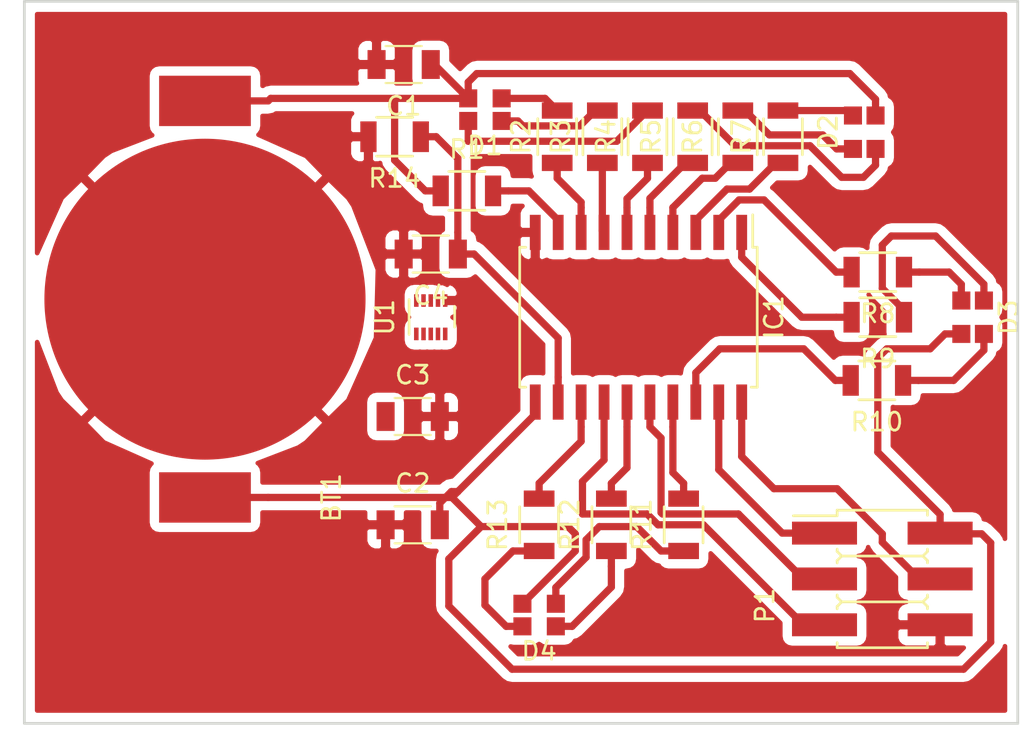
<source format=kicad_pcb>
(kicad_pcb (version 20170123) (host pcbnew "(2017-03-15 revision 3cc90ce)-master")

  (general
    (links 57)
    (no_connects 14)
    (area 88.5425 77.424999 145.5925 118.470238)
    (thickness 1.6)
    (drawings 4)
    (tracks 188)
    (zones 0)
    (modules 26)
    (nets 35)
  )

  (page A4)
  (layers
    (0 F.Cu signal)
    (31 B.Cu signal)
    (32 B.Adhes user)
    (33 F.Adhes user)
    (34 B.Paste user)
    (35 F.Paste user)
    (36 B.SilkS user)
    (37 F.SilkS user)
    (38 B.Mask user)
    (39 F.Mask user)
    (40 Dwgs.User user)
    (41 Cmts.User user)
    (42 Eco1.User user)
    (43 Eco2.User user)
    (44 Edge.Cuts user)
    (45 Margin user)
    (46 B.CrtYd user)
    (47 F.CrtYd user)
    (48 B.Fab user)
    (49 F.Fab user)
  )

  (setup
    (last_trace_width 0.4)
    (user_trace_width 0.2)
    (trace_clearance 0.2)
    (zone_clearance 0.508)
    (zone_45_only no)
    (trace_min 0.2)
    (segment_width 0.2)
    (edge_width 0.15)
    (via_size 0.8)
    (via_drill 0.4)
    (via_min_size 0.4)
    (via_min_drill 0.3)
    (uvia_size 0.3)
    (uvia_drill 0.1)
    (uvias_allowed no)
    (uvia_min_size 0.2)
    (uvia_min_drill 0.1)
    (pcb_text_width 0.3)
    (pcb_text_size 1.5 1.5)
    (mod_edge_width 0.15)
    (mod_text_size 1 1)
    (mod_text_width 0.15)
    (pad_size 1.524 1.524)
    (pad_drill 0.762)
    (pad_to_mask_clearance 0.2)
    (aux_axis_origin 0 0)
    (visible_elements FFFFFF7F)
    (pcbplotparams
      (layerselection 0x00030_ffffffff)
      (usegerberextensions false)
      (excludeedgelayer true)
      (linewidth 0.100000)
      (plotframeref false)
      (viasonmask false)
      (mode 1)
      (useauxorigin false)
      (hpglpennumber 1)
      (hpglpenspeed 20)
      (hpglpendiameter 15)
      (psnegative false)
      (psa4output false)
      (plotreference true)
      (plotvalue true)
      (plotinvisibletext false)
      (padsonsilk false)
      (subtractmaskfromsilk false)
      (outputformat 1)
      (mirror false)
      (drillshape 1)
      (scaleselection 1)
      (outputdirectory ""))
  )

  (net 0 "")
  (net 1 /BAT_3-2)
  (net 2 "Net-(D1-Pad1)")
  (net 3 "Net-(D1-Pad3)")
  (net 4 "Net-(D1-Pad4)")
  (net 5 "Net-(D2-Pad1)")
  (net 6 "Net-(D2-Pad3)")
  (net 7 "Net-(D2-Pad4)")
  (net 8 "Net-(D3-Pad4)")
  (net 9 "Net-(D3-Pad3)")
  (net 10 "Net-(D3-Pad1)")
  (net 11 "Net-(D4-Pad4)")
  (net 12 "Net-(D4-Pad3)")
  (net 13 "Net-(D4-Pad1)")
  (net 14 Earth)
  (net 15 /RST)
  (net 16 /MOSI)
  (net 17 /SCK)
  (net 18 /MISO)
  (net 19 "Net-(C3-Pad1)")
  (net 20 /MMA_INTERFACE)
  (net 21 /LED_B3)
  (net 22 /LED_R4)
  (net 23 /LED_G4)
  (net 24 /LED_B4)
  (net 25 /INT1)
  (net 26 /LED_R1)
  (net 27 /LED_G1)
  (net 28 /LED_B1)
  (net 29 /LED_R2)
  (net 30 /LED_G2)
  (net 31 /LED_B2)
  (net 32 /LED_R3)
  (net 33 /LED_G3)
  (net 34 "Net-(U1-Pad5)")

  (net_class Default "This is the default net class."
    (clearance 0.2)
    (trace_width 0.4)
    (via_dia 0.8)
    (via_drill 0.4)
    (uvia_dia 0.3)
    (uvia_drill 0.1)
    (add_net /BAT_3-2)
    (add_net /INT1)
    (add_net /LED_B1)
    (add_net /LED_B2)
    (add_net /LED_B3)
    (add_net /LED_B4)
    (add_net /LED_G1)
    (add_net /LED_G2)
    (add_net /LED_G3)
    (add_net /LED_G4)
    (add_net /LED_R1)
    (add_net /LED_R2)
    (add_net /LED_R3)
    (add_net /LED_R4)
    (add_net /MISO)
    (add_net /MMA_INTERFACE)
    (add_net /MOSI)
    (add_net /RST)
    (add_net /SCK)
    (add_net Earth)
    (add_net "Net-(C3-Pad1)")
    (add_net "Net-(D1-Pad1)")
    (add_net "Net-(D1-Pad3)")
    (add_net "Net-(D1-Pad4)")
    (add_net "Net-(D2-Pad1)")
    (add_net "Net-(D2-Pad3)")
    (add_net "Net-(D2-Pad4)")
    (add_net "Net-(D3-Pad1)")
    (add_net "Net-(D3-Pad3)")
    (add_net "Net-(D3-Pad4)")
    (add_net "Net-(D4-Pad1)")
    (add_net "Net-(D4-Pad3)")
    (add_net "Net-(D4-Pad4)")
    (add_net "Net-(U1-Pad5)")
  )

  (module workshop-footprints:battery-2032 (layer F.Cu) (tedit 58CF0E3E) (tstamp 58DD982C)
    (at 100 94 90)
    (path /588B7079)
    (fp_text reference BT1 (at -11 7 90) (layer F.SilkS)
      (effects (font (size 1 1) (thickness 0.15)))
    )
    (fp_text value Battery (at 0 -10.5 90) (layer F.Fab)
      (effects (font (size 1 1) (thickness 0.15)))
    )
    (pad 2 smd circle (at 0 0 90) (size 17.78 17.78) (layers F.Cu F.Paste F.Mask)
      (net 14 Earth))
    (pad 1 smd rect (at 10.985 0 90) (size 2.79 5.08) (layers F.Cu F.Paste F.Mask)
      (net 1 /BAT_3-2))
    (pad 1 smd rect (at -10.985 0 90) (size 2.79 5.08) (layers F.Cu F.Paste F.Mask)
      (net 1 /BAT_3-2))
  )

  (module Capacitors_SMD:C_1206 (layer F.Cu) (tedit 5415D7BD) (tstamp 58DD983C)
    (at 111 81 180)
    (descr "Capacitor SMD 1206, reflow soldering, AVX (see smccp.pdf)")
    (tags "capacitor 1206")
    (path /588AB6A9)
    (attr smd)
    (fp_text reference C1 (at 0 -2.3 180) (layer F.SilkS)
      (effects (font (size 1 1) (thickness 0.15)))
    )
    (fp_text value 1uf (at 0 2.3 180) (layer F.Fab)
      (effects (font (size 1 1) (thickness 0.15)))
    )
    (fp_line (start -1.6 0.8) (end -1.6 -0.8) (layer F.Fab) (width 0.1))
    (fp_line (start 1.6 0.8) (end -1.6 0.8) (layer F.Fab) (width 0.1))
    (fp_line (start 1.6 -0.8) (end 1.6 0.8) (layer F.Fab) (width 0.1))
    (fp_line (start -1.6 -0.8) (end 1.6 -0.8) (layer F.Fab) (width 0.1))
    (fp_line (start -2.3 -1.15) (end 2.3 -1.15) (layer F.CrtYd) (width 0.05))
    (fp_line (start -2.3 1.15) (end 2.3 1.15) (layer F.CrtYd) (width 0.05))
    (fp_line (start -2.3 -1.15) (end -2.3 1.15) (layer F.CrtYd) (width 0.05))
    (fp_line (start 2.3 -1.15) (end 2.3 1.15) (layer F.CrtYd) (width 0.05))
    (fp_line (start 1 -1.025) (end -1 -1.025) (layer F.SilkS) (width 0.12))
    (fp_line (start -1 1.025) (end 1 1.025) (layer F.SilkS) (width 0.12))
    (pad 1 smd rect (at -1.5 0 180) (size 1 1.6) (layers F.Cu F.Paste F.Mask)
      (net 1 /BAT_3-2))
    (pad 2 smd rect (at 1.5 0 180) (size 1 1.6) (layers F.Cu F.Paste F.Mask)
      (net 14 Earth))
    (model Capacitors_SMD.3dshapes/C_1206.wrl
      (at (xyz 0 0 0))
      (scale (xyz 1 1 1))
      (rotate (xyz 0 0 0))
    )
  )

  (module Capacitors_SMD:C_1206 (layer F.Cu) (tedit 5415D7BD) (tstamp 58DD984C)
    (at 111.5 106.5)
    (descr "Capacitor SMD 1206, reflow soldering, AVX (see smccp.pdf)")
    (tags "capacitor 1206")
    (path /588ABD49)
    (attr smd)
    (fp_text reference C2 (at 0 -2.3) (layer F.SilkS)
      (effects (font (size 1 1) (thickness 0.15)))
    )
    (fp_text value .1uf (at 0 2.3) (layer F.Fab)
      (effects (font (size 1 1) (thickness 0.15)))
    )
    (fp_line (start -1.6 0.8) (end -1.6 -0.8) (layer F.Fab) (width 0.1))
    (fp_line (start 1.6 0.8) (end -1.6 0.8) (layer F.Fab) (width 0.1))
    (fp_line (start 1.6 -0.8) (end 1.6 0.8) (layer F.Fab) (width 0.1))
    (fp_line (start -1.6 -0.8) (end 1.6 -0.8) (layer F.Fab) (width 0.1))
    (fp_line (start -2.3 -1.15) (end 2.3 -1.15) (layer F.CrtYd) (width 0.05))
    (fp_line (start -2.3 1.15) (end 2.3 1.15) (layer F.CrtYd) (width 0.05))
    (fp_line (start -2.3 -1.15) (end -2.3 1.15) (layer F.CrtYd) (width 0.05))
    (fp_line (start 2.3 -1.15) (end 2.3 1.15) (layer F.CrtYd) (width 0.05))
    (fp_line (start 1 -1.025) (end -1 -1.025) (layer F.SilkS) (width 0.12))
    (fp_line (start -1 1.025) (end 1 1.025) (layer F.SilkS) (width 0.12))
    (pad 1 smd rect (at -1.5 0) (size 1 1.6) (layers F.Cu F.Paste F.Mask)
      (net 14 Earth))
    (pad 2 smd rect (at 1.5 0) (size 1 1.6) (layers F.Cu F.Paste F.Mask)
      (net 1 /BAT_3-2))
    (model Capacitors_SMD.3dshapes/C_1206.wrl
      (at (xyz 0 0 0))
      (scale (xyz 1 1 1))
      (rotate (xyz 0 0 0))
    )
  )

  (module Capacitors_SMD:C_1206 (layer F.Cu) (tedit 5415D7BD) (tstamp 58DD985C)
    (at 111.5 100.5)
    (descr "Capacitor SMD 1206, reflow soldering, AVX (see smccp.pdf)")
    (tags "capacitor 1206")
    (path /588ABE89)
    (attr smd)
    (fp_text reference C3 (at 0 -2.3) (layer F.SilkS)
      (effects (font (size 1 1) (thickness 0.15)))
    )
    (fp_text value .1uf (at 0 2.3) (layer F.Fab)
      (effects (font (size 1 1) (thickness 0.15)))
    )
    (fp_line (start -1 1.025) (end 1 1.025) (layer F.SilkS) (width 0.12))
    (fp_line (start 1 -1.025) (end -1 -1.025) (layer F.SilkS) (width 0.12))
    (fp_line (start 2.3 -1.15) (end 2.3 1.15) (layer F.CrtYd) (width 0.05))
    (fp_line (start -2.3 -1.15) (end -2.3 1.15) (layer F.CrtYd) (width 0.05))
    (fp_line (start -2.3 1.15) (end 2.3 1.15) (layer F.CrtYd) (width 0.05))
    (fp_line (start -2.3 -1.15) (end 2.3 -1.15) (layer F.CrtYd) (width 0.05))
    (fp_line (start -1.6 -0.8) (end 1.6 -0.8) (layer F.Fab) (width 0.1))
    (fp_line (start 1.6 -0.8) (end 1.6 0.8) (layer F.Fab) (width 0.1))
    (fp_line (start 1.6 0.8) (end -1.6 0.8) (layer F.Fab) (width 0.1))
    (fp_line (start -1.6 0.8) (end -1.6 -0.8) (layer F.Fab) (width 0.1))
    (pad 2 smd rect (at 1.5 0) (size 1 1.6) (layers F.Cu F.Paste F.Mask)
      (net 14 Earth))
    (pad 1 smd rect (at -1.5 0) (size 1 1.6) (layers F.Cu F.Paste F.Mask)
      (net 19 "Net-(C3-Pad1)"))
    (model Capacitors_SMD.3dshapes/C_1206.wrl
      (at (xyz 0 0 0))
      (scale (xyz 1 1 1))
      (rotate (xyz 0 0 0))
    )
  )

  (module Capacitors_SMD:C_1206 (layer F.Cu) (tedit 5415D7BD) (tstamp 58DD986C)
    (at 112.5 91.5 180)
    (descr "Capacitor SMD 1206, reflow soldering, AVX (see smccp.pdf)")
    (tags "capacitor 1206")
    (path /588AF821)
    (attr smd)
    (fp_text reference C4 (at 0 -2.3 180) (layer F.SilkS)
      (effects (font (size 1 1) (thickness 0.15)))
    )
    (fp_text value .1uf (at 0 2.3 180) (layer F.Fab)
      (effects (font (size 1 1) (thickness 0.15)))
    )
    (fp_line (start -1 1.025) (end 1 1.025) (layer F.SilkS) (width 0.12))
    (fp_line (start 1 -1.025) (end -1 -1.025) (layer F.SilkS) (width 0.12))
    (fp_line (start 2.3 -1.15) (end 2.3 1.15) (layer F.CrtYd) (width 0.05))
    (fp_line (start -2.3 -1.15) (end -2.3 1.15) (layer F.CrtYd) (width 0.05))
    (fp_line (start -2.3 1.15) (end 2.3 1.15) (layer F.CrtYd) (width 0.05))
    (fp_line (start -2.3 -1.15) (end 2.3 -1.15) (layer F.CrtYd) (width 0.05))
    (fp_line (start -1.6 -0.8) (end 1.6 -0.8) (layer F.Fab) (width 0.1))
    (fp_line (start 1.6 -0.8) (end 1.6 0.8) (layer F.Fab) (width 0.1))
    (fp_line (start 1.6 0.8) (end -1.6 0.8) (layer F.Fab) (width 0.1))
    (fp_line (start -1.6 0.8) (end -1.6 -0.8) (layer F.Fab) (width 0.1))
    (pad 2 smd rect (at 1.5 0 180) (size 1 1.6) (layers F.Cu F.Paste F.Mask)
      (net 14 Earth))
    (pad 1 smd rect (at -1.5 0 180) (size 1 1.6) (layers F.Cu F.Paste F.Mask)
      (net 20 /MMA_INTERFACE))
    (model Capacitors_SMD.3dshapes/C_1206.wrl
      (at (xyz 0 0 0))
      (scale (xyz 1 1 1))
      (rotate (xyz 0 0 0))
    )
  )

  (module workshop-footprints:LED_LUMEXLXT0805 (layer F.Cu) (tedit 58A62FC2) (tstamp 58DD9874)
    (at 115.5 83.5)
    (path /588AA57C)
    (fp_text reference D1 (at 0 2) (layer F.SilkS)
      (effects (font (size 1 1) (thickness 0.15)))
    )
    (fp_text value LED_RGB1 (at 0 -2) (layer F.Fab)
      (effects (font (size 1 1) (thickness 0.15)))
    )
    (pad 2 smd rect (at -0.925 -0.625) (size 1 1) (layers F.Cu F.Paste F.Mask)
      (net 1 /BAT_3-2))
    (pad 1 smd rect (at 0.925 -0.625) (size 1 1) (layers F.Cu F.Paste F.Mask)
      (net 2 "Net-(D1-Pad1)"))
    (pad 3 smd rect (at -0.925 0.625) (size 1 1) (layers F.Cu F.Paste F.Mask)
      (net 3 "Net-(D1-Pad3)"))
    (pad 4 smd rect (at 0.925 0.625) (size 1 1) (layers F.Cu F.Paste F.Mask)
      (net 4 "Net-(D1-Pad4)"))
  )

  (module workshop-footprints:LED_LUMEXLXT0805 (layer F.Cu) (tedit 58A62FC2) (tstamp 58DD987C)
    (at 136.5 84.75 270)
    (path /588AA4D1)
    (fp_text reference D2 (at 0 2 270) (layer F.SilkS)
      (effects (font (size 1 1) (thickness 0.15)))
    )
    (fp_text value LED_RGB2 (at 0 -2 270) (layer F.Fab)
      (effects (font (size 1 1) (thickness 0.15)))
    )
    (pad 2 smd rect (at -0.925 -0.625 270) (size 1 1) (layers F.Cu F.Paste F.Mask)
      (net 1 /BAT_3-2))
    (pad 1 smd rect (at 0.925 -0.625 270) (size 1 1) (layers F.Cu F.Paste F.Mask)
      (net 5 "Net-(D2-Pad1)"))
    (pad 3 smd rect (at -0.925 0.625 270) (size 1 1) (layers F.Cu F.Paste F.Mask)
      (net 6 "Net-(D2-Pad3)"))
    (pad 4 smd rect (at 0.925 0.625 270) (size 1 1) (layers F.Cu F.Paste F.Mask)
      (net 7 "Net-(D2-Pad4)"))
  )

  (module workshop-footprints:LED_LUMEXLXT0805 (layer F.Cu) (tedit 58CF0D96) (tstamp 58DD9884)
    (at 142.5 95 90)
    (path /588AA547)
    (fp_text reference D3 (at 0 2 90) (layer F.SilkS)
      (effects (font (size 1 1) (thickness 0.15)))
    )
    (fp_text value LED_RGB3 (at 0 -2 90) (layer F.Fab)
      (effects (font (size 1 1) (thickness 0.15)))
    )
    (pad 4 smd rect (at 0.925 0.625 90) (size 1 1) (layers F.Cu F.Paste F.Mask)
      (net 8 "Net-(D3-Pad4)"))
    (pad 3 smd rect (at -0.925 0.625 90) (size 1 1) (layers F.Cu F.Paste F.Mask)
      (net 9 "Net-(D3-Pad3)"))
    (pad 1 smd rect (at 0.925 -0.625 90) (size 1 1) (layers F.Cu F.Paste F.Mask)
      (net 10 "Net-(D3-Pad1)"))
    (pad 2 smd rect (at -0.925 -0.625 90) (size 1 1) (layers F.Cu F.Paste F.Mask)
      (net 1 /BAT_3-2))
  )

  (module workshop-footprints:LED_LUMEXLXT0805 (layer F.Cu) (tedit 58A62FC2) (tstamp 58DD988C)
    (at 118.5 111.5)
    (path /588AA5BE)
    (fp_text reference D4 (at 0 2) (layer F.SilkS)
      (effects (font (size 1 1) (thickness 0.15)))
    )
    (fp_text value LED_RGB4 (at 0 -2) (layer F.Fab)
      (effects (font (size 1 1) (thickness 0.15)))
    )
    (pad 4 smd rect (at 0.925 0.625) (size 1 1) (layers F.Cu F.Paste F.Mask)
      (net 11 "Net-(D4-Pad4)"))
    (pad 3 smd rect (at -0.925 0.625) (size 1 1) (layers F.Cu F.Paste F.Mask)
      (net 12 "Net-(D4-Pad3)"))
    (pad 1 smd rect (at 0.925 -0.625) (size 1 1) (layers F.Cu F.Paste F.Mask)
      (net 13 "Net-(D4-Pad1)"))
    (pad 2 smd rect (at -0.925 -0.625) (size 1 1) (layers F.Cu F.Paste F.Mask)
      (net 1 /BAT_3-2))
  )

  (module Housings_SOIC:SOIC-20W_7.5x12.8mm_Pitch1.27mm (layer F.Cu) (tedit 57503549) (tstamp 58DD98B4)
    (at 124 95 270)
    (descr "20-Lead Plastic Small Outline (SO) - Wide, 7.50 mm Body [SOIC] (see Microchip Packaging Specification 00000049BS.pdf)")
    (tags "SOIC 1.27")
    (path /588A8583)
    (attr smd)
    (fp_text reference IC1 (at 0 -7.5 270) (layer F.SilkS)
      (effects (font (size 1 1) (thickness 0.15)))
    )
    (fp_text value ATTINY1634-SU (at 0 7.5 270) (layer F.Fab)
      (effects (font (size 1 1) (thickness 0.15)))
    )
    (fp_line (start -3.875 -6.325) (end -5.675 -6.325) (layer F.SilkS) (width 0.15))
    (fp_line (start -3.875 6.575) (end 3.875 6.575) (layer F.SilkS) (width 0.15))
    (fp_line (start -3.875 -6.575) (end 3.875 -6.575) (layer F.SilkS) (width 0.15))
    (fp_line (start -3.875 6.575) (end -3.875 6.24) (layer F.SilkS) (width 0.15))
    (fp_line (start 3.875 6.575) (end 3.875 6.24) (layer F.SilkS) (width 0.15))
    (fp_line (start 3.875 -6.575) (end 3.875 -6.24) (layer F.SilkS) (width 0.15))
    (fp_line (start -3.875 -6.575) (end -3.875 -6.325) (layer F.SilkS) (width 0.15))
    (fp_line (start -5.95 6.75) (end 5.95 6.75) (layer F.CrtYd) (width 0.05))
    (fp_line (start -5.95 -6.75) (end 5.95 -6.75) (layer F.CrtYd) (width 0.05))
    (fp_line (start 5.95 -6.75) (end 5.95 6.75) (layer F.CrtYd) (width 0.05))
    (fp_line (start -5.95 -6.75) (end -5.95 6.75) (layer F.CrtYd) (width 0.05))
    (fp_line (start -3.75 -5.4) (end -2.75 -6.4) (layer F.Fab) (width 0.15))
    (fp_line (start -3.75 6.4) (end -3.75 -5.4) (layer F.Fab) (width 0.15))
    (fp_line (start 3.75 6.4) (end -3.75 6.4) (layer F.Fab) (width 0.15))
    (fp_line (start 3.75 -6.4) (end 3.75 6.4) (layer F.Fab) (width 0.15))
    (fp_line (start -2.75 -6.4) (end 3.75 -6.4) (layer F.Fab) (width 0.15))
    (pad 20 smd rect (at 4.7 -5.715 270) (size 1.95 0.6) (layers F.Cu F.Paste F.Mask)
      (net 16 /MOSI))
    (pad 19 smd rect (at 4.7 -4.445 270) (size 1.95 0.6) (layers F.Cu F.Paste F.Mask)
      (net 18 /MISO))
    (pad 18 smd rect (at 4.7 -3.175 270) (size 1.95 0.6) (layers F.Cu F.Paste F.Mask)
      (net 21 /LED_B3))
    (pad 17 smd rect (at 4.7 -1.905 270) (size 1.95 0.6) (layers F.Cu F.Paste F.Mask)
      (net 22 /LED_R4))
    (pad 16 smd rect (at 4.7 -0.635 270) (size 1.95 0.6) (layers F.Cu F.Paste F.Mask)
      (net 17 /SCK))
    (pad 15 smd rect (at 4.7 0.635 270) (size 1.95 0.6) (layers F.Cu F.Paste F.Mask)
      (net 23 /LED_G4))
    (pad 14 smd rect (at 4.7 1.905 270) (size 1.95 0.6) (layers F.Cu F.Paste F.Mask)
      (net 15 /RST))
    (pad 13 smd rect (at 4.7 3.175 270) (size 1.95 0.6) (layers F.Cu F.Paste F.Mask)
      (net 24 /LED_B4))
    (pad 12 smd rect (at 4.7 4.445 270) (size 1.95 0.6) (layers F.Cu F.Paste F.Mask)
      (net 20 /MMA_INTERFACE))
    (pad 11 smd rect (at 4.7 5.715 270) (size 1.95 0.6) (layers F.Cu F.Paste F.Mask)
      (net 1 /BAT_3-2))
    (pad 10 smd rect (at -4.7 5.715 270) (size 1.95 0.6) (layers F.Cu F.Paste F.Mask)
      (net 14 Earth))
    (pad 9 smd rect (at -4.7 4.445 270) (size 1.95 0.6) (layers F.Cu F.Paste F.Mask)
      (net 25 /INT1))
    (pad 8 smd rect (at -4.7 3.175 270) (size 1.95 0.6) (layers F.Cu F.Paste F.Mask)
      (net 26 /LED_R1))
    (pad 7 smd rect (at -4.7 1.905 270) (size 1.95 0.6) (layers F.Cu F.Paste F.Mask)
      (net 27 /LED_G1))
    (pad 6 smd rect (at -4.7 0.635 270) (size 1.95 0.6) (layers F.Cu F.Paste F.Mask)
      (net 28 /LED_B1))
    (pad 5 smd rect (at -4.7 -0.635 270) (size 1.95 0.6) (layers F.Cu F.Paste F.Mask)
      (net 29 /LED_R2))
    (pad 4 smd rect (at -4.7 -1.905 270) (size 1.95 0.6) (layers F.Cu F.Paste F.Mask)
      (net 30 /LED_G2))
    (pad 3 smd rect (at -4.7 -3.175 270) (size 1.95 0.6) (layers F.Cu F.Paste F.Mask)
      (net 31 /LED_B2))
    (pad 2 smd rect (at -4.7 -4.445 270) (size 1.95 0.6) (layers F.Cu F.Paste F.Mask)
      (net 32 /LED_R3))
    (pad 1 smd rect (at -4.7 -5.715 270) (size 1.95 0.6) (layers F.Cu F.Paste F.Mask)
      (net 33 /LED_G3))
    (model Housings_SOIC.3dshapes/SOIC-20_7.5x12.8mm_Pitch1.27mm.wrl
      (at (xyz 0 0 0))
      (scale (xyz 1 1 1))
      (rotate (xyz 0 0 0))
    )
  )

  (module Pin_Headers:Pin_Header_Straight_SMT_02x03 (layer F.Cu) (tedit 57CADF83) (tstamp 58DD98DB)
    (at 137.5 109.5 270)
    (descr "SMT pin header")
    (tags "SMT pin header")
    (path /588A8694)
    (attr smd)
    (fp_text reference P1 (at 1.47 6.5 270) (layer F.SilkS)
      (effects (font (size 1 1) (thickness 0.15)))
    )
    (fp_text value PROGRAMMING_HEADER (at 0.1 -6.55 270) (layer F.Fab)
      (effects (font (size 1 1) (thickness 0.15)))
    )
    (fp_line (start 1.27 2.25) (end 1.27 -2.25) (layer F.SilkS) (width 0.15))
    (fp_line (start 1.524 2.5) (end 1.27 2.246) (layer F.SilkS) (width 0.15))
    (fp_line (start 1.27 2.246) (end 1.016 2.5) (layer F.SilkS) (width 0.15))
    (fp_line (start 1.016 2.5) (end 0.889 2.5) (layer F.SilkS) (width 0.15))
    (fp_line (start 1.651 2.5) (end 1.524 2.5) (layer F.SilkS) (width 0.15))
    (fp_line (start -1.016 2.5) (end -1.27 2.246) (layer F.SilkS) (width 0.15))
    (fp_line (start 1.016 -2.5) (end 1.27 -2.246) (layer F.SilkS) (width 0.15))
    (fp_line (start -1.524 2.5) (end -1.651 2.5) (layer F.SilkS) (width 0.15))
    (fp_line (start 1.524 -2.5) (end 1.651 -2.5) (layer F.SilkS) (width 0.15))
    (fp_line (start -1.27 2.246) (end -1.524 2.5) (layer F.SilkS) (width 0.15))
    (fp_line (start 1.27 -2.246) (end 1.524 -2.5) (layer F.SilkS) (width 0.15))
    (fp_line (start -0.889 2.5) (end -1.016 2.5) (layer F.SilkS) (width 0.15))
    (fp_line (start 0.889 -2.5) (end 1.016 -2.5) (layer F.SilkS) (width 0.15))
    (fp_line (start -3.81 -2.5) (end -3.53 -2.5) (layer F.SilkS) (width 0.15))
    (fp_line (start -1.016 -2.5) (end -0.889 -2.5) (layer F.SilkS) (width 0.15))
    (fp_line (start -1.27 -2.246) (end -1.016 -2.5) (layer F.SilkS) (width 0.15))
    (fp_line (start -1.524 -2.5) (end -1.27 -2.246) (layer F.SilkS) (width 0.15))
    (fp_line (start -1.651 -2.5) (end -1.524 -2.5) (layer F.SilkS) (width 0.15))
    (fp_line (start -3.81 -2.5) (end -3.81 2.5) (layer F.SilkS) (width 0.15))
    (fp_line (start -3.81 2.5) (end -3.53 2.5) (layer F.SilkS) (width 0.15))
    (fp_line (start 3.81 2.5) (end 3.53 2.5) (layer F.SilkS) (width 0.15))
    (fp_line (start 3.81 -2.5) (end 3.81 2.5) (layer F.SilkS) (width 0.15))
    (fp_line (start 3.81 -2.5) (end 3.53 -2.5) (layer F.SilkS) (width 0.15))
    (fp_line (start -1.27 2.25) (end -1.27 -2.25) (layer F.SilkS) (width 0.15))
    (fp_line (start -4.35 -5.5) (end -4.35 5.5) (layer F.CrtYd) (width 0.05))
    (fp_line (start 4.35 -5.5) (end -4.35 -5.5) (layer F.CrtYd) (width 0.05))
    (fp_line (start 4.35 5.5) (end 4.35 -5.5) (layer F.CrtYd) (width 0.05))
    (fp_line (start -4.35 5.5) (end 4.35 5.5) (layer F.CrtYd) (width 0.05))
    (fp_line (start -3.5 2.5) (end -3.5 4.925) (layer F.SilkS) (width 0.15))
    (pad 2 smd rect (at -2.54 -3.2 270) (size 1.27 3.6) (layers F.Cu F.Paste F.Mask)
      (net 1 /BAT_3-2))
    (pad 4 smd rect (at 0 -3.2 270) (size 1.27 3.6) (layers F.Cu F.Paste F.Mask)
      (net 16 /MOSI))
    (pad 6 smd rect (at 2.54 -3.2 270) (size 1.27 3.6) (layers F.Cu F.Paste F.Mask)
      (net 14 Earth))
    (pad 5 smd rect (at 2.54 3.2 270) (size 1.27 3.6) (layers F.Cu F.Paste F.Mask)
      (net 15 /RST))
    (pad 3 smd rect (at 0 3.2 270) (size 1.27 3.6) (layers F.Cu F.Paste F.Mask)
      (net 17 /SCK))
    (pad 1 smd rect (at -2.54 3.2 270) (size 1.27 3.6) (layers F.Cu F.Paste F.Mask)
      (net 18 /MISO))
    (model Pin_Headers.3dshapes/Pin_Header_Straight_SMT_02x03.wrl
      (at (xyz 0 0 0))
      (scale (xyz 1 1 1))
      (rotate (xyz 0 0 0))
    )
  )

  (module Resistors_SMD:R_1206 (layer F.Cu) (tedit 58307BE8) (tstamp 58DD98EB)
    (at 114.5 88)
    (descr "Resistor SMD 1206, reflow soldering, Vishay (see dcrcw.pdf)")
    (tags "resistor 1206")
    (path /588AC358)
    (attr smd)
    (fp_text reference R1 (at 0 -2.3) (layer F.SilkS)
      (effects (font (size 1 1) (thickness 0.15)))
    )
    (fp_text value 10k (at 0 2.3) (layer F.Fab)
      (effects (font (size 1 1) (thickness 0.15)))
    )
    (fp_line (start -1.6 0.8) (end -1.6 -0.8) (layer F.Fab) (width 0.1))
    (fp_line (start 1.6 0.8) (end -1.6 0.8) (layer F.Fab) (width 0.1))
    (fp_line (start 1.6 -0.8) (end 1.6 0.8) (layer F.Fab) (width 0.1))
    (fp_line (start -1.6 -0.8) (end 1.6 -0.8) (layer F.Fab) (width 0.1))
    (fp_line (start -2.2 -1.2) (end 2.2 -1.2) (layer F.CrtYd) (width 0.05))
    (fp_line (start -2.2 1.2) (end 2.2 1.2) (layer F.CrtYd) (width 0.05))
    (fp_line (start -2.2 -1.2) (end -2.2 1.2) (layer F.CrtYd) (width 0.05))
    (fp_line (start 2.2 -1.2) (end 2.2 1.2) (layer F.CrtYd) (width 0.05))
    (fp_line (start 1 1.075) (end -1 1.075) (layer F.SilkS) (width 0.15))
    (fp_line (start -1 -1.075) (end 1 -1.075) (layer F.SilkS) (width 0.15))
    (pad 1 smd rect (at -1.45 0) (size 0.9 1.7) (layers F.Cu F.Paste F.Mask)
      (net 1 /BAT_3-2))
    (pad 2 smd rect (at 1.45 0) (size 0.9 1.7) (layers F.Cu F.Paste F.Mask)
      (net 25 /INT1))
    (model Resistors_SMD.3dshapes/R_1206.wrl
      (at (xyz 0 0 0))
      (scale (xyz 1 1 1))
      (rotate (xyz 0 0 0))
    )
  )

  (module Resistors_SMD:R_1206 (layer F.Cu) (tedit 58307BE8) (tstamp 58DD98FB)
    (at 119.5 85 90)
    (descr "Resistor SMD 1206, reflow soldering, Vishay (see dcrcw.pdf)")
    (tags "resistor 1206")
    (path /588AD2E8)
    (attr smd)
    (fp_text reference R2 (at 0 -2 90) (layer F.SilkS)
      (effects (font (size 1 1) (thickness 0.15)))
    )
    (fp_text value R_Small (at 0 2.3 90) (layer F.Fab)
      (effects (font (size 1 1) (thickness 0.15)))
    )
    (fp_line (start -1 -1.075) (end 1 -1.075) (layer F.SilkS) (width 0.15))
    (fp_line (start 1 1.075) (end -1 1.075) (layer F.SilkS) (width 0.15))
    (fp_line (start 2.2 -1.2) (end 2.2 1.2) (layer F.CrtYd) (width 0.05))
    (fp_line (start -2.2 -1.2) (end -2.2 1.2) (layer F.CrtYd) (width 0.05))
    (fp_line (start -2.2 1.2) (end 2.2 1.2) (layer F.CrtYd) (width 0.05))
    (fp_line (start -2.2 -1.2) (end 2.2 -1.2) (layer F.CrtYd) (width 0.05))
    (fp_line (start -1.6 -0.8) (end 1.6 -0.8) (layer F.Fab) (width 0.1))
    (fp_line (start 1.6 -0.8) (end 1.6 0.8) (layer F.Fab) (width 0.1))
    (fp_line (start 1.6 0.8) (end -1.6 0.8) (layer F.Fab) (width 0.1))
    (fp_line (start -1.6 0.8) (end -1.6 -0.8) (layer F.Fab) (width 0.1))
    (pad 2 smd rect (at 1.45 0 90) (size 0.9 1.7) (layers F.Cu F.Paste F.Mask)
      (net 2 "Net-(D1-Pad1)"))
    (pad 1 smd rect (at -1.45 0 90) (size 0.9 1.7) (layers F.Cu F.Paste F.Mask)
      (net 26 /LED_R1))
    (model Resistors_SMD.3dshapes/R_1206.wrl
      (at (xyz 0 0 0))
      (scale (xyz 1 1 1))
      (rotate (xyz 0 0 0))
    )
  )

  (module Resistors_SMD:R_1206 (layer F.Cu) (tedit 58307BE8) (tstamp 58DD990B)
    (at 122 85 90)
    (descr "Resistor SMD 1206, reflow soldering, Vishay (see dcrcw.pdf)")
    (tags "resistor 1206")
    (path /588AD3CE)
    (attr smd)
    (fp_text reference R3 (at 0 -2.3 90) (layer F.SilkS)
      (effects (font (size 1 1) (thickness 0.15)))
    )
    (fp_text value R_Small (at 0 2.3 90) (layer F.Fab)
      (effects (font (size 1 1) (thickness 0.15)))
    )
    (fp_line (start -1.6 0.8) (end -1.6 -0.8) (layer F.Fab) (width 0.1))
    (fp_line (start 1.6 0.8) (end -1.6 0.8) (layer F.Fab) (width 0.1))
    (fp_line (start 1.6 -0.8) (end 1.6 0.8) (layer F.Fab) (width 0.1))
    (fp_line (start -1.6 -0.8) (end 1.6 -0.8) (layer F.Fab) (width 0.1))
    (fp_line (start -2.2 -1.2) (end 2.2 -1.2) (layer F.CrtYd) (width 0.05))
    (fp_line (start -2.2 1.2) (end 2.2 1.2) (layer F.CrtYd) (width 0.05))
    (fp_line (start -2.2 -1.2) (end -2.2 1.2) (layer F.CrtYd) (width 0.05))
    (fp_line (start 2.2 -1.2) (end 2.2 1.2) (layer F.CrtYd) (width 0.05))
    (fp_line (start 1 1.075) (end -1 1.075) (layer F.SilkS) (width 0.15))
    (fp_line (start -1 -1.075) (end 1 -1.075) (layer F.SilkS) (width 0.15))
    (pad 1 smd rect (at -1.45 0 90) (size 0.9 1.7) (layers F.Cu F.Paste F.Mask)
      (net 27 /LED_G1))
    (pad 2 smd rect (at 1.45 0 90) (size 0.9 1.7) (layers F.Cu F.Paste F.Mask)
      (net 4 "Net-(D1-Pad4)"))
    (model Resistors_SMD.3dshapes/R_1206.wrl
      (at (xyz 0 0 0))
      (scale (xyz 1 1 1))
      (rotate (xyz 0 0 0))
    )
  )

  (module Resistors_SMD:R_1206 (layer F.Cu) (tedit 58307BE8) (tstamp 58DD991B)
    (at 124.5 85 90)
    (descr "Resistor SMD 1206, reflow soldering, Vishay (see dcrcw.pdf)")
    (tags "resistor 1206")
    (path /588AD49C)
    (attr smd)
    (fp_text reference R4 (at 0 -2.3 90) (layer F.SilkS)
      (effects (font (size 1 1) (thickness 0.15)))
    )
    (fp_text value R_Small (at 0 2.3 90) (layer F.Fab)
      (effects (font (size 1 1) (thickness 0.15)))
    )
    (fp_line (start -1 -1.075) (end 1 -1.075) (layer F.SilkS) (width 0.15))
    (fp_line (start 1 1.075) (end -1 1.075) (layer F.SilkS) (width 0.15))
    (fp_line (start 2.2 -1.2) (end 2.2 1.2) (layer F.CrtYd) (width 0.05))
    (fp_line (start -2.2 -1.2) (end -2.2 1.2) (layer F.CrtYd) (width 0.05))
    (fp_line (start -2.2 1.2) (end 2.2 1.2) (layer F.CrtYd) (width 0.05))
    (fp_line (start -2.2 -1.2) (end 2.2 -1.2) (layer F.CrtYd) (width 0.05))
    (fp_line (start -1.6 -0.8) (end 1.6 -0.8) (layer F.Fab) (width 0.1))
    (fp_line (start 1.6 -0.8) (end 1.6 0.8) (layer F.Fab) (width 0.1))
    (fp_line (start 1.6 0.8) (end -1.6 0.8) (layer F.Fab) (width 0.1))
    (fp_line (start -1.6 0.8) (end -1.6 -0.8) (layer F.Fab) (width 0.1))
    (pad 2 smd rect (at 1.45 0 90) (size 0.9 1.7) (layers F.Cu F.Paste F.Mask)
      (net 3 "Net-(D1-Pad3)"))
    (pad 1 smd rect (at -1.45 0 90) (size 0.9 1.7) (layers F.Cu F.Paste F.Mask)
      (net 28 /LED_B1))
    (model Resistors_SMD.3dshapes/R_1206.wrl
      (at (xyz 0 0 0))
      (scale (xyz 1 1 1))
      (rotate (xyz 0 0 0))
    )
  )

  (module Resistors_SMD:R_1206 (layer F.Cu) (tedit 58307BE8) (tstamp 58DD992B)
    (at 127 85 90)
    (descr "Resistor SMD 1206, reflow soldering, Vishay (see dcrcw.pdf)")
    (tags "resistor 1206")
    (path /588AD849)
    (attr smd)
    (fp_text reference R5 (at 0 -2.3 90) (layer F.SilkS)
      (effects (font (size 1 1) (thickness 0.15)))
    )
    (fp_text value R_Small (at 0 2.3 90) (layer F.Fab)
      (effects (font (size 1 1) (thickness 0.15)))
    )
    (fp_line (start -1.6 0.8) (end -1.6 -0.8) (layer F.Fab) (width 0.1))
    (fp_line (start 1.6 0.8) (end -1.6 0.8) (layer F.Fab) (width 0.1))
    (fp_line (start 1.6 -0.8) (end 1.6 0.8) (layer F.Fab) (width 0.1))
    (fp_line (start -1.6 -0.8) (end 1.6 -0.8) (layer F.Fab) (width 0.1))
    (fp_line (start -2.2 -1.2) (end 2.2 -1.2) (layer F.CrtYd) (width 0.05))
    (fp_line (start -2.2 1.2) (end 2.2 1.2) (layer F.CrtYd) (width 0.05))
    (fp_line (start -2.2 -1.2) (end -2.2 1.2) (layer F.CrtYd) (width 0.05))
    (fp_line (start 2.2 -1.2) (end 2.2 1.2) (layer F.CrtYd) (width 0.05))
    (fp_line (start 1 1.075) (end -1 1.075) (layer F.SilkS) (width 0.15))
    (fp_line (start -1 -1.075) (end 1 -1.075) (layer F.SilkS) (width 0.15))
    (pad 1 smd rect (at -1.45 0 90) (size 0.9 1.7) (layers F.Cu F.Paste F.Mask)
      (net 29 /LED_R2))
    (pad 2 smd rect (at 1.45 0 90) (size 0.9 1.7) (layers F.Cu F.Paste F.Mask)
      (net 5 "Net-(D2-Pad1)"))
    (model Resistors_SMD.3dshapes/R_1206.wrl
      (at (xyz 0 0 0))
      (scale (xyz 1 1 1))
      (rotate (xyz 0 0 0))
    )
  )

  (module Resistors_SMD:R_1206 (layer F.Cu) (tedit 58307BE8) (tstamp 58DD993B)
    (at 129.5 85 90)
    (descr "Resistor SMD 1206, reflow soldering, Vishay (see dcrcw.pdf)")
    (tags "resistor 1206")
    (path /588AD8A2)
    (attr smd)
    (fp_text reference R6 (at 0 -2.5 90) (layer F.SilkS)
      (effects (font (size 1 1) (thickness 0.15)))
    )
    (fp_text value R_Small (at 0 2.3 90) (layer F.Fab)
      (effects (font (size 1 1) (thickness 0.15)))
    )
    (fp_line (start -1 -1.075) (end 1 -1.075) (layer F.SilkS) (width 0.15))
    (fp_line (start 1 1.075) (end -1 1.075) (layer F.SilkS) (width 0.15))
    (fp_line (start 2.2 -1.2) (end 2.2 1.2) (layer F.CrtYd) (width 0.05))
    (fp_line (start -2.2 -1.2) (end -2.2 1.2) (layer F.CrtYd) (width 0.05))
    (fp_line (start -2.2 1.2) (end 2.2 1.2) (layer F.CrtYd) (width 0.05))
    (fp_line (start -2.2 -1.2) (end 2.2 -1.2) (layer F.CrtYd) (width 0.05))
    (fp_line (start -1.6 -0.8) (end 1.6 -0.8) (layer F.Fab) (width 0.1))
    (fp_line (start 1.6 -0.8) (end 1.6 0.8) (layer F.Fab) (width 0.1))
    (fp_line (start 1.6 0.8) (end -1.6 0.8) (layer F.Fab) (width 0.1))
    (fp_line (start -1.6 0.8) (end -1.6 -0.8) (layer F.Fab) (width 0.1))
    (pad 2 smd rect (at 1.45 0 90) (size 0.9 1.7) (layers F.Cu F.Paste F.Mask)
      (net 7 "Net-(D2-Pad4)"))
    (pad 1 smd rect (at -1.45 0 90) (size 0.9 1.7) (layers F.Cu F.Paste F.Mask)
      (net 30 /LED_G2))
    (model Resistors_SMD.3dshapes/R_1206.wrl
      (at (xyz 0 0 0))
      (scale (xyz 1 1 1))
      (rotate (xyz 0 0 0))
    )
  )

  (module Resistors_SMD:R_1206 (layer F.Cu) (tedit 58307BE8) (tstamp 58DD994B)
    (at 132 85 90)
    (descr "Resistor SMD 1206, reflow soldering, Vishay (see dcrcw.pdf)")
    (tags "resistor 1206")
    (path /588AD8F6)
    (attr smd)
    (fp_text reference R7 (at 0 -2.3 90) (layer F.SilkS)
      (effects (font (size 1 1) (thickness 0.15)))
    )
    (fp_text value R_Small (at 0 2.3 90) (layer F.Fab)
      (effects (font (size 1 1) (thickness 0.15)))
    )
    (fp_line (start -1.6 0.8) (end -1.6 -0.8) (layer F.Fab) (width 0.1))
    (fp_line (start 1.6 0.8) (end -1.6 0.8) (layer F.Fab) (width 0.1))
    (fp_line (start 1.6 -0.8) (end 1.6 0.8) (layer F.Fab) (width 0.1))
    (fp_line (start -1.6 -0.8) (end 1.6 -0.8) (layer F.Fab) (width 0.1))
    (fp_line (start -2.2 -1.2) (end 2.2 -1.2) (layer F.CrtYd) (width 0.05))
    (fp_line (start -2.2 1.2) (end 2.2 1.2) (layer F.CrtYd) (width 0.05))
    (fp_line (start -2.2 -1.2) (end -2.2 1.2) (layer F.CrtYd) (width 0.05))
    (fp_line (start 2.2 -1.2) (end 2.2 1.2) (layer F.CrtYd) (width 0.05))
    (fp_line (start 1 1.075) (end -1 1.075) (layer F.SilkS) (width 0.15))
    (fp_line (start -1 -1.075) (end 1 -1.075) (layer F.SilkS) (width 0.15))
    (pad 1 smd rect (at -1.45 0 90) (size 0.9 1.7) (layers F.Cu F.Paste F.Mask)
      (net 31 /LED_B2))
    (pad 2 smd rect (at 1.45 0 90) (size 0.9 1.7) (layers F.Cu F.Paste F.Mask)
      (net 6 "Net-(D2-Pad3)"))
    (model Resistors_SMD.3dshapes/R_1206.wrl
      (at (xyz 0 0 0))
      (scale (xyz 1 1 1))
      (rotate (xyz 0 0 0))
    )
  )

  (module Resistors_SMD:R_1206 (layer F.Cu) (tedit 58307BE8) (tstamp 58DD995B)
    (at 137.25 92.5 180)
    (descr "Resistor SMD 1206, reflow soldering, Vishay (see dcrcw.pdf)")
    (tags "resistor 1206")
    (path /588AD546)
    (attr smd)
    (fp_text reference R8 (at 0 -2.3 180) (layer F.SilkS)
      (effects (font (size 1 1) (thickness 0.15)))
    )
    (fp_text value R_Small (at 0 2.3 180) (layer F.Fab)
      (effects (font (size 1 1) (thickness 0.15)))
    )
    (fp_line (start -1 -1.075) (end 1 -1.075) (layer F.SilkS) (width 0.15))
    (fp_line (start 1 1.075) (end -1 1.075) (layer F.SilkS) (width 0.15))
    (fp_line (start 2.2 -1.2) (end 2.2 1.2) (layer F.CrtYd) (width 0.05))
    (fp_line (start -2.2 -1.2) (end -2.2 1.2) (layer F.CrtYd) (width 0.05))
    (fp_line (start -2.2 1.2) (end 2.2 1.2) (layer F.CrtYd) (width 0.05))
    (fp_line (start -2.2 -1.2) (end 2.2 -1.2) (layer F.CrtYd) (width 0.05))
    (fp_line (start -1.6 -0.8) (end 1.6 -0.8) (layer F.Fab) (width 0.1))
    (fp_line (start 1.6 -0.8) (end 1.6 0.8) (layer F.Fab) (width 0.1))
    (fp_line (start 1.6 0.8) (end -1.6 0.8) (layer F.Fab) (width 0.1))
    (fp_line (start -1.6 0.8) (end -1.6 -0.8) (layer F.Fab) (width 0.1))
    (pad 2 smd rect (at 1.45 0 180) (size 0.9 1.7) (layers F.Cu F.Paste F.Mask)
      (net 32 /LED_R3))
    (pad 1 smd rect (at -1.45 0 180) (size 0.9 1.7) (layers F.Cu F.Paste F.Mask)
      (net 10 "Net-(D3-Pad1)"))
    (model Resistors_SMD.3dshapes/R_1206.wrl
      (at (xyz 0 0 0))
      (scale (xyz 1 1 1))
      (rotate (xyz 0 0 0))
    )
  )

  (module Resistors_SMD:R_1206 (layer F.Cu) (tedit 58307BE8) (tstamp 58DD996B)
    (at 137.25 95 180)
    (descr "Resistor SMD 1206, reflow soldering, Vishay (see dcrcw.pdf)")
    (tags "resistor 1206")
    (path /588AD77E)
    (attr smd)
    (fp_text reference R9 (at 0 -2.3 180) (layer F.SilkS)
      (effects (font (size 1 1) (thickness 0.15)))
    )
    (fp_text value R_Small (at 0 2.3 180) (layer F.Fab)
      (effects (font (size 1 1) (thickness 0.15)))
    )
    (fp_line (start -1.6 0.8) (end -1.6 -0.8) (layer F.Fab) (width 0.1))
    (fp_line (start 1.6 0.8) (end -1.6 0.8) (layer F.Fab) (width 0.1))
    (fp_line (start 1.6 -0.8) (end 1.6 0.8) (layer F.Fab) (width 0.1))
    (fp_line (start -1.6 -0.8) (end 1.6 -0.8) (layer F.Fab) (width 0.1))
    (fp_line (start -2.2 -1.2) (end 2.2 -1.2) (layer F.CrtYd) (width 0.05))
    (fp_line (start -2.2 1.2) (end 2.2 1.2) (layer F.CrtYd) (width 0.05))
    (fp_line (start -2.2 -1.2) (end -2.2 1.2) (layer F.CrtYd) (width 0.05))
    (fp_line (start 2.2 -1.2) (end 2.2 1.2) (layer F.CrtYd) (width 0.05))
    (fp_line (start 1 1.075) (end -1 1.075) (layer F.SilkS) (width 0.15))
    (fp_line (start -1 -1.075) (end 1 -1.075) (layer F.SilkS) (width 0.15))
    (pad 1 smd rect (at -1.45 0 180) (size 0.9 1.7) (layers F.Cu F.Paste F.Mask)
      (net 8 "Net-(D3-Pad4)"))
    (pad 2 smd rect (at 1.45 0 180) (size 0.9 1.7) (layers F.Cu F.Paste F.Mask)
      (net 33 /LED_G3))
    (model Resistors_SMD.3dshapes/R_1206.wrl
      (at (xyz 0 0 0))
      (scale (xyz 1 1 1))
      (rotate (xyz 0 0 0))
    )
  )

  (module Resistors_SMD:R_1206 (layer F.Cu) (tedit 58307BE8) (tstamp 58DD997B)
    (at 137.2 98.5 180)
    (descr "Resistor SMD 1206, reflow soldering, Vishay (see dcrcw.pdf)")
    (tags "resistor 1206")
    (path /588AD7C9)
    (attr smd)
    (fp_text reference R10 (at 0 -2.3 180) (layer F.SilkS)
      (effects (font (size 1 1) (thickness 0.15)))
    )
    (fp_text value R_Small (at 0 2.3 180) (layer F.Fab)
      (effects (font (size 1 1) (thickness 0.15)))
    )
    (fp_line (start -1 -1.075) (end 1 -1.075) (layer F.SilkS) (width 0.15))
    (fp_line (start 1 1.075) (end -1 1.075) (layer F.SilkS) (width 0.15))
    (fp_line (start 2.2 -1.2) (end 2.2 1.2) (layer F.CrtYd) (width 0.05))
    (fp_line (start -2.2 -1.2) (end -2.2 1.2) (layer F.CrtYd) (width 0.05))
    (fp_line (start -2.2 1.2) (end 2.2 1.2) (layer F.CrtYd) (width 0.05))
    (fp_line (start -2.2 -1.2) (end 2.2 -1.2) (layer F.CrtYd) (width 0.05))
    (fp_line (start -1.6 -0.8) (end 1.6 -0.8) (layer F.Fab) (width 0.1))
    (fp_line (start 1.6 -0.8) (end 1.6 0.8) (layer F.Fab) (width 0.1))
    (fp_line (start 1.6 0.8) (end -1.6 0.8) (layer F.Fab) (width 0.1))
    (fp_line (start -1.6 0.8) (end -1.6 -0.8) (layer F.Fab) (width 0.1))
    (pad 2 smd rect (at 1.45 0 180) (size 0.9 1.7) (layers F.Cu F.Paste F.Mask)
      (net 21 /LED_B3))
    (pad 1 smd rect (at -1.45 0 180) (size 0.9 1.7) (layers F.Cu F.Paste F.Mask)
      (net 9 "Net-(D3-Pad3)"))
    (model Resistors_SMD.3dshapes/R_1206.wrl
      (at (xyz 0 0 0))
      (scale (xyz 1 1 1))
      (rotate (xyz 0 0 0))
    )
  )

  (module Resistors_SMD:R_1206 (layer F.Cu) (tedit 58307BE8) (tstamp 58DD998B)
    (at 126.5 106.5 90)
    (descr "Resistor SMD 1206, reflow soldering, Vishay (see dcrcw.pdf)")
    (tags "resistor 1206")
    (path /588AD951)
    (attr smd)
    (fp_text reference R11 (at 0 -2.3 90) (layer F.SilkS)
      (effects (font (size 1 1) (thickness 0.15)))
    )
    (fp_text value R_Small (at 0 2.3 90) (layer F.Fab)
      (effects (font (size 1 1) (thickness 0.15)))
    )
    (fp_line (start -1 -1.075) (end 1 -1.075) (layer F.SilkS) (width 0.15))
    (fp_line (start 1 1.075) (end -1 1.075) (layer F.SilkS) (width 0.15))
    (fp_line (start 2.2 -1.2) (end 2.2 1.2) (layer F.CrtYd) (width 0.05))
    (fp_line (start -2.2 -1.2) (end -2.2 1.2) (layer F.CrtYd) (width 0.05))
    (fp_line (start -2.2 1.2) (end 2.2 1.2) (layer F.CrtYd) (width 0.05))
    (fp_line (start -2.2 -1.2) (end 2.2 -1.2) (layer F.CrtYd) (width 0.05))
    (fp_line (start -1.6 -0.8) (end 1.6 -0.8) (layer F.Fab) (width 0.1))
    (fp_line (start 1.6 -0.8) (end 1.6 0.8) (layer F.Fab) (width 0.1))
    (fp_line (start 1.6 0.8) (end -1.6 0.8) (layer F.Fab) (width 0.1))
    (fp_line (start -1.6 0.8) (end -1.6 -0.8) (layer F.Fab) (width 0.1))
    (pad 2 smd rect (at 1.45 0 90) (size 0.9 1.7) (layers F.Cu F.Paste F.Mask)
      (net 22 /LED_R4))
    (pad 1 smd rect (at -1.45 0 90) (size 0.9 1.7) (layers F.Cu F.Paste F.Mask)
      (net 13 "Net-(D4-Pad1)"))
    (model Resistors_SMD.3dshapes/R_1206.wrl
      (at (xyz 0 0 0))
      (scale (xyz 1 1 1))
      (rotate (xyz 0 0 0))
    )
  )

  (module Resistors_SMD:R_1206 (layer F.Cu) (tedit 58307BE8) (tstamp 58DD999B)
    (at 122.5 106.5 90)
    (descr "Resistor SMD 1206, reflow soldering, Vishay (see dcrcw.pdf)")
    (tags "resistor 1206")
    (path /588AF49C)
    (attr smd)
    (fp_text reference R12 (at 0 -2.3 90) (layer F.SilkS)
      (effects (font (size 1 1) (thickness 0.15)))
    )
    (fp_text value R_Small (at 0 2.3 90) (layer F.Fab)
      (effects (font (size 1 1) (thickness 0.15)))
    )
    (fp_line (start -1.6 0.8) (end -1.6 -0.8) (layer F.Fab) (width 0.1))
    (fp_line (start 1.6 0.8) (end -1.6 0.8) (layer F.Fab) (width 0.1))
    (fp_line (start 1.6 -0.8) (end 1.6 0.8) (layer F.Fab) (width 0.1))
    (fp_line (start -1.6 -0.8) (end 1.6 -0.8) (layer F.Fab) (width 0.1))
    (fp_line (start -2.2 -1.2) (end 2.2 -1.2) (layer F.CrtYd) (width 0.05))
    (fp_line (start -2.2 1.2) (end 2.2 1.2) (layer F.CrtYd) (width 0.05))
    (fp_line (start -2.2 -1.2) (end -2.2 1.2) (layer F.CrtYd) (width 0.05))
    (fp_line (start 2.2 -1.2) (end 2.2 1.2) (layer F.CrtYd) (width 0.05))
    (fp_line (start 1 1.075) (end -1 1.075) (layer F.SilkS) (width 0.15))
    (fp_line (start -1 -1.075) (end 1 -1.075) (layer F.SilkS) (width 0.15))
    (pad 1 smd rect (at -1.45 0 90) (size 0.9 1.7) (layers F.Cu F.Paste F.Mask)
      (net 11 "Net-(D4-Pad4)"))
    (pad 2 smd rect (at 1.45 0 90) (size 0.9 1.7) (layers F.Cu F.Paste F.Mask)
      (net 23 /LED_G4))
    (model Resistors_SMD.3dshapes/R_1206.wrl
      (at (xyz 0 0 0))
      (scale (xyz 1 1 1))
      (rotate (xyz 0 0 0))
    )
  )

  (module Resistors_SMD:R_1206 (layer F.Cu) (tedit 58307BE8) (tstamp 58DD99AB)
    (at 118.5 106.5 90)
    (descr "Resistor SMD 1206, reflow soldering, Vishay (see dcrcw.pdf)")
    (tags "resistor 1206")
    (path /588AF4F5)
    (attr smd)
    (fp_text reference R13 (at 0 -2.3 90) (layer F.SilkS)
      (effects (font (size 1 1) (thickness 0.15)))
    )
    (fp_text value R_Small (at 0 2.3 90) (layer F.Fab)
      (effects (font (size 1 1) (thickness 0.15)))
    )
    (fp_line (start -1 -1.075) (end 1 -1.075) (layer F.SilkS) (width 0.15))
    (fp_line (start 1 1.075) (end -1 1.075) (layer F.SilkS) (width 0.15))
    (fp_line (start 2.2 -1.2) (end 2.2 1.2) (layer F.CrtYd) (width 0.05))
    (fp_line (start -2.2 -1.2) (end -2.2 1.2) (layer F.CrtYd) (width 0.05))
    (fp_line (start -2.2 1.2) (end 2.2 1.2) (layer F.CrtYd) (width 0.05))
    (fp_line (start -2.2 -1.2) (end 2.2 -1.2) (layer F.CrtYd) (width 0.05))
    (fp_line (start -1.6 -0.8) (end 1.6 -0.8) (layer F.Fab) (width 0.1))
    (fp_line (start 1.6 -0.8) (end 1.6 0.8) (layer F.Fab) (width 0.1))
    (fp_line (start 1.6 0.8) (end -1.6 0.8) (layer F.Fab) (width 0.1))
    (fp_line (start -1.6 0.8) (end -1.6 -0.8) (layer F.Fab) (width 0.1))
    (pad 2 smd rect (at 1.45 0 90) (size 0.9 1.7) (layers F.Cu F.Paste F.Mask)
      (net 24 /LED_B4))
    (pad 1 smd rect (at -1.45 0 90) (size 0.9 1.7) (layers F.Cu F.Paste F.Mask)
      (net 12 "Net-(D4-Pad3)"))
    (model Resistors_SMD.3dshapes/R_1206.wrl
      (at (xyz 0 0 0))
      (scale (xyz 1 1 1))
      (rotate (xyz 0 0 0))
    )
  )

  (module Resistors_SMD:R_1206 (layer F.Cu) (tedit 58307BE8) (tstamp 58DD99BB)
    (at 110.5 85 180)
    (descr "Resistor SMD 1206, reflow soldering, Vishay (see dcrcw.pdf)")
    (tags "resistor 1206")
    (path /588B8D8C)
    (attr smd)
    (fp_text reference R14 (at 0 -2.3 180) (layer F.SilkS)
      (effects (font (size 1 1) (thickness 0.15)))
    )
    (fp_text value 10k (at 0 2.3 180) (layer F.Fab)
      (effects (font (size 1 1) (thickness 0.15)))
    )
    (fp_line (start -1.6 0.8) (end -1.6 -0.8) (layer F.Fab) (width 0.1))
    (fp_line (start 1.6 0.8) (end -1.6 0.8) (layer F.Fab) (width 0.1))
    (fp_line (start 1.6 -0.8) (end 1.6 0.8) (layer F.Fab) (width 0.1))
    (fp_line (start -1.6 -0.8) (end 1.6 -0.8) (layer F.Fab) (width 0.1))
    (fp_line (start -2.2 -1.2) (end 2.2 -1.2) (layer F.CrtYd) (width 0.05))
    (fp_line (start -2.2 1.2) (end 2.2 1.2) (layer F.CrtYd) (width 0.05))
    (fp_line (start -2.2 -1.2) (end -2.2 1.2) (layer F.CrtYd) (width 0.05))
    (fp_line (start 2.2 -1.2) (end 2.2 1.2) (layer F.CrtYd) (width 0.05))
    (fp_line (start 1 1.075) (end -1 1.075) (layer F.SilkS) (width 0.15))
    (fp_line (start -1 -1.075) (end 1 -1.075) (layer F.SilkS) (width 0.15))
    (pad 1 smd rect (at -1.45 0 180) (size 0.9 1.7) (layers F.Cu F.Paste F.Mask)
      (net 20 /MMA_INTERFACE))
    (pad 2 smd rect (at 1.45 0 180) (size 0.9 1.7) (layers F.Cu F.Paste F.Mask)
      (net 14 Earth))
    (model Resistors_SMD.3dshapes/R_1206.wrl
      (at (xyz 0 0 0))
      (scale (xyz 1 1 1))
      (rotate (xyz 0 0 0))
    )
  )

  (module workshop-footprints:DFN-10-1EP_2x2mm_Pitch0.4mm (layer F.Cu) (tedit 58CD89BC) (tstamp 58DD99D4)
    (at 112.5 95 90)
    (descr "DDB Package; 10-Lead Plastic DFN (3mm x 2mm) (see Linear Technology DFN_10_05-08-1722.pdf)")
    (tags "DFN 0.5")
    (path /588AAACB)
    (attr smd)
    (fp_text reference U1 (at 0 -2.55 90) (layer F.SilkS)
      (effects (font (size 1 1) (thickness 0.15)))
    )
    (fp_text value MMA8652 (at 0 2.55 90) (layer F.Fab)
      (effects (font (size 1 1) (thickness 0.15)))
    )
    (fp_line (start -0.95 -1.2) (end 0.975 -1.2) (layer F.SilkS) (width 0.15))
    (fp_line (start -0.55 1.325) (end 0.6 1.325) (layer F.SilkS) (width 0.15))
    (fp_line (start -1.55 1.8) (end 1.55 1.8) (layer F.CrtYd) (width 0.05))
    (fp_line (start -1.55 -1.8) (end 1.55 -1.8) (layer F.CrtYd) (width 0.05))
    (fp_line (start 1.55 -1.8) (end 1.55 1.8) (layer F.CrtYd) (width 0.05))
    (fp_line (start -1.55 -1.8) (end -1.55 1.8) (layer F.CrtYd) (width 0.05))
    (fp_line (start -1 -0.5) (end 0 -1.5) (layer F.Fab) (width 0.15))
    (fp_line (start -1 1.5) (end -1 -0.5) (layer F.Fab) (width 0.15))
    (fp_line (start 1 1.5) (end -1 1.5) (layer F.Fab) (width 0.15))
    (fp_line (start 1 -1.5) (end 1 1.5) (layer F.Fab) (width 0.15))
    (fp_line (start 0 -1.5) (end 1 -1.5) (layer F.Fab) (width 0.15))
    (pad 10 smd rect (at 0.925 -0.8 90) (size 0.7 0.25) (layers F.Cu F.Paste F.Mask)
      (net 16 /MOSI))
    (pad 9 smd rect (at 0.925 -0.4 90) (size 0.7 0.25) (layers F.Cu F.Paste F.Mask)
      (net 14 Earth))
    (pad 8 smd rect (at 0.925 0 90) (size 0.7 0.25) (layers F.Cu F.Paste F.Mask)
      (net 20 /MMA_INTERFACE))
    (pad 7 smd rect (at 0.925 0.4 90) (size 0.7 0.25) (layers F.Cu F.Paste F.Mask)
      (net 14 Earth))
    (pad 6 smd rect (at 0.925 0.8 90) (size 0.7 0.25) (layers F.Cu F.Paste F.Mask)
      (net 14 Earth))
    (pad 5 smd rect (at -0.925 0.8 90) (size 0.7 0.25) (layers F.Cu F.Paste F.Mask)
      (net 34 "Net-(U1-Pad5)"))
    (pad 4 smd rect (at -0.925 0.4 90) (size 0.7 0.25) (layers F.Cu F.Paste F.Mask)
      (net 19 "Net-(C3-Pad1)"))
    (pad 3 smd rect (at -0.925 0 90) (size 0.7 0.25) (layers F.Cu F.Paste F.Mask)
      (net 25 /INT1))
    (pad 2 smd rect (at -0.925 -0.4 90) (size 0.7 0.25) (layers F.Cu F.Paste F.Mask)
      (net 17 /SCK))
    (pad 1 smd rect (at -0.925 -0.8 90) (size 0.7 0.25) (layers F.Cu F.Paste F.Mask)
      (net 1 /BAT_3-2))
    (model Housings_DFN_QFN.3dshapes/DFN-10-1EP_2x3mm_Pitch0.5mm.wrl
      (at (xyz 0 0 0))
      (scale (xyz 1 1 1))
      (rotate (xyz 0 0 0))
    )
  )

  (gr_line (start 90 117.5) (end 90 77.5) (layer Edge.Cuts) (width 0.15))
  (gr_line (start 145 117.5) (end 90 117.5) (layer Edge.Cuts) (width 0.15))
  (gr_line (start 145 77.5) (end 145 117.5) (layer Edge.Cuts) (width 0.15))
  (gr_line (start 90 77.5) (end 145 77.5) (layer Edge.Cuts) (width 0.15))

  (segment (start 137.25 97.25) (end 137.25 102.475) (width 0.4) (layer F.Cu) (net 1))
  (segment (start 137.25 102.475) (end 140.7 105.925) (width 0.4) (layer F.Cu) (net 1))
  (segment (start 140.7 105.925) (end 140.7 106.96) (width 0.4) (layer F.Cu) (net 1))
  (segment (start 137.75 96.75) (end 137.25 97.25) (width 0.4) (layer F.Cu) (net 1))
  (segment (start 140.15 96.75) (end 137.75 96.75) (width 0.4) (layer F.Cu) (net 1))
  (segment (start 141.875 95.925) (end 140.975 95.925) (width 0.4) (layer F.Cu) (net 1))
  (segment (start 140.975 95.925) (end 140.15 96.75) (width 0.4) (layer F.Cu) (net 1))
  (segment (start 103.64 82.875) (end 110.5 82.875) (width 0.4) (layer F.Cu) (net 1))
  (segment (start 110.5 82.875) (end 114.575 82.875) (width 0.4) (layer F.Cu) (net 1))
  (segment (start 113.05 88) (end 112.2 88) (width 0.4) (layer F.Cu) (net 1))
  (segment (start 112.2 88) (end 110.5 86.3) (width 0.4) (layer F.Cu) (net 1))
  (segment (start 110.5 86.3) (end 110.5 82.875) (width 0.4) (layer F.Cu) (net 1))
  (segment (start 112.5 81) (end 112.7 81) (width 0.4) (layer F.Cu) (net 1))
  (segment (start 112.7 81) (end 114.575 82.875) (width 0.4) (layer F.Cu) (net 1))
  (segment (start 113.675 104.985) (end 114 104.66) (width 0.4) (layer F.Cu) (net 1))
  (segment (start 114 104.66) (end 118.285 100.375) (width 0.4) (layer F.Cu) (net 1))
  (segment (start 113 106.5) (end 113 105.3) (width 0.4) (layer F.Cu) (net 1))
  (segment (start 113 105.3) (end 113.64 104.66) (width 0.4) (layer F.Cu) (net 1))
  (segment (start 113.64 104.66) (end 114 104.66) (width 0.4) (layer F.Cu) (net 1))
  (segment (start 140.7 106.96) (end 141.865 106.96) (width 0.4) (layer F.Cu) (net 1))
  (segment (start 141.865 106.96) (end 141.905 107) (width 0.4) (layer F.Cu) (net 1))
  (segment (start 141.905 107) (end 143 107) (width 0.4) (layer F.Cu) (net 1))
  (segment (start 143 107) (end 143.5 107.5) (width 0.4) (layer F.Cu) (net 1))
  (segment (start 143.5 107.5) (end 143.5 113) (width 0.4) (layer F.Cu) (net 1))
  (segment (start 142 114.5) (end 117 114.5) (width 0.4) (layer F.Cu) (net 1))
  (segment (start 143.5 113) (end 142 114.5) (width 0.4) (layer F.Cu) (net 1))
  (segment (start 117 114.5) (end 113.5 111) (width 0.4) (layer F.Cu) (net 1))
  (segment (start 113.5 108.390022) (end 115.290011 106.600011) (width 0.4) (layer F.Cu) (net 1))
  (segment (start 113.5 111) (end 113.5 108.390022) (width 0.4) (layer F.Cu) (net 1))
  (segment (start 117.575 110.875) (end 120.5 107.95) (width 0.4) (layer F.Cu) (net 1))
  (segment (start 120.5 107) (end 120.100011 106.600011) (width 0.4) (layer F.Cu) (net 1))
  (segment (start 120.5 107.95) (end 120.5 107) (width 0.4) (layer F.Cu) (net 1))
  (segment (start 120.100011 106.600011) (end 115.290011 106.600011) (width 0.4) (layer F.Cu) (net 1))
  (segment (start 115.290011 106.600011) (end 113.675 104.985) (width 0.4) (layer F.Cu) (net 1))
  (segment (start 100 104.985) (end 103.5 104.985) (width 0.4) (layer F.Cu) (net 1))
  (segment (start 100 83.015) (end 103.5 83.015) (width 0.4) (layer F.Cu) (net 1))
  (segment (start 103.5 83.015) (end 103.64 82.875) (width 0.4) (layer F.Cu) (net 1))
  (segment (start 103.5 104.985) (end 113.675 104.985) (width 0.4) (layer F.Cu) (net 1))
  (segment (start 118.285 100.375) (end 118.285 99.7) (width 0.4) (layer F.Cu) (net 1))
  (segment (start 135.7 81.5) (end 115.05 81.5) (width 0.4) (layer F.Cu) (net 1))
  (segment (start 115.05 81.5) (end 114.575 81.975) (width 0.4) (layer F.Cu) (net 1))
  (segment (start 114.575 81.975) (end 114.575 82.875) (width 0.4) (layer F.Cu) (net 1))
  (segment (start 137.125 83.825) (end 137.125 82.925) (width 0.4) (layer F.Cu) (net 1))
  (segment (start 137.125 82.925) (end 135.7 81.5) (width 0.4) (layer F.Cu) (net 1))
  (segment (start 116.425 82.875) (end 118.825 82.875) (width 0.4) (layer F.Cu) (net 2))
  (segment (start 118.825 82.875) (end 119.5 83.55) (width 0.4) (layer F.Cu) (net 2))
  (segment (start 114.575 84.125) (end 114.575001 85.25) (width 0.4) (layer F.Cu) (net 3))
  (segment (start 114.575001 85.25) (end 122.8 85.25) (width 0.4) (layer F.Cu) (net 3))
  (segment (start 122.8 85.25) (end 124.5 83.55) (width 0.4) (layer F.Cu) (net 3))
  (segment (start 116.425 84.125) (end 117.325 84.125) (width 0.4) (layer F.Cu) (net 4))
  (segment (start 117.325 84.125) (end 117.600001 84.400001) (width 0.4) (layer F.Cu) (net 4))
  (segment (start 117.600001 84.400001) (end 120.75 84.4) (width 0.4) (layer F.Cu) (net 4))
  (segment (start 120.75 84.4) (end 121.6 83.55) (width 0.4) (layer F.Cu) (net 4))
  (segment (start 121.6 83.55) (end 122 83.55) (width 0.4) (layer F.Cu) (net 4))
  (segment (start 127 83.55) (end 127.4 83.55) (width 0.4) (layer F.Cu) (net 5))
  (segment (start 127.4 83.55) (end 129.35 85.5) (width 0.4) (layer F.Cu) (net 5))
  (segment (start 129.35 85.5) (end 133.5 85.5) (width 0.4) (layer F.Cu) (net 5))
  (segment (start 136.45 87.25) (end 137.125 86.575) (width 0.4) (layer F.Cu) (net 5))
  (segment (start 133.5 85.5) (end 135.25 87.25) (width 0.4) (layer F.Cu) (net 5))
  (segment (start 137.125 86.575) (end 137.125 85.675) (width 0.4) (layer F.Cu) (net 5))
  (segment (start 135.25 87.25) (end 136.45 87.25) (width 0.4) (layer F.Cu) (net 5))
  (segment (start 132 83.55) (end 135.6 83.55) (width 0.4) (layer F.Cu) (net 6))
  (segment (start 135.6 83.55) (end 135.875 83.825) (width 0.4) (layer F.Cu) (net 6))
  (segment (start 134.975 85.675) (end 135.875 85.675) (width 0.4) (layer F.Cu) (net 7))
  (segment (start 134.199989 84.899989) (end 134.975 85.675) (width 0.4) (layer F.Cu) (net 7))
  (segment (start 131.249989 84.899989) (end 134.199989 84.899989) (width 0.4) (layer F.Cu) (net 7))
  (segment (start 129.5 83.55) (end 129.9 83.55) (width 0.4) (layer F.Cu) (net 7))
  (segment (start 129.9 83.55) (end 131.249989 84.899989) (width 0.4) (layer F.Cu) (net 7))
  (segment (start 137.5 91) (end 137.5 93.4) (width 0.4) (layer F.Cu) (net 8))
  (segment (start 137.5 93.4) (end 138.7 94.6) (width 0.4) (layer F.Cu) (net 8))
  (segment (start 138.7 94.6) (end 138.7 95) (width 0.4) (layer F.Cu) (net 8))
  (segment (start 138 90.5) (end 137.5 91) (width 0.4) (layer F.Cu) (net 8))
  (segment (start 140.45 90.5) (end 138 90.5) (width 0.4) (layer F.Cu) (net 8))
  (segment (start 143.125 94.075) (end 143.124999 93.174999) (width 0.4) (layer F.Cu) (net 8))
  (segment (start 143.124999 93.174999) (end 140.45 90.5) (width 0.4) (layer F.Cu) (net 8))
  (segment (start 143.125 95.925) (end 143.125 96.825) (width 0.4) (layer F.Cu) (net 9))
  (segment (start 143.125 96.825) (end 141.45 98.5) (width 0.4) (layer F.Cu) (net 9))
  (segment (start 141.45 98.5) (end 139.5 98.5) (width 0.4) (layer F.Cu) (net 9))
  (segment (start 139.5 98.5) (end 138.65 98.5) (width 0.4) (layer F.Cu) (net 9))
  (segment (start 141.875 94.075) (end 141.875 93.175) (width 0.4) (layer F.Cu) (net 10))
  (segment (start 141.875 93.175) (end 141.2 92.5) (width 0.4) (layer F.Cu) (net 10))
  (segment (start 141.2 92.5) (end 139.55 92.5) (width 0.4) (layer F.Cu) (net 10))
  (segment (start 139.55 92.5) (end 138.7 92.5) (width 0.4) (layer F.Cu) (net 10))
  (segment (start 119.425 112.125) (end 120.325 112.125) (width 0.4) (layer F.Cu) (net 11))
  (segment (start 120.325 112.125) (end 122.5 109.95) (width 0.4) (layer F.Cu) (net 11))
  (segment (start 122.5 109.95) (end 122.5 108.8) (width 0.4) (layer F.Cu) (net 11))
  (segment (start 122.5 108.8) (end 122.5 107.95) (width 0.4) (layer F.Cu) (net 11))
  (segment (start 115.5 109.5) (end 117.05 107.95) (width 0.4) (layer F.Cu) (net 12))
  (segment (start 117.05 107.95) (end 118.5 107.95) (width 0.4) (layer F.Cu) (net 12))
  (segment (start 115.5 110.95) (end 115.5 109.5) (width 0.4) (layer F.Cu) (net 12))
  (segment (start 117.575 112.125) (end 116.675 112.125) (width 0.4) (layer F.Cu) (net 12))
  (segment (start 116.675 112.125) (end 115.5 110.95) (width 0.4) (layer F.Cu) (net 12))
  (segment (start 119.425 109.975) (end 121.100009 108.299991) (width 0.4) (layer F.Cu) (net 13))
  (segment (start 119.425 110.875) (end 119.425 109.975) (width 0.4) (layer F.Cu) (net 13))
  (segment (start 121.100009 107.329989) (end 121.829987 106.600011) (width 0.4) (layer F.Cu) (net 13))
  (segment (start 121.829987 106.600011) (end 123.900011 106.600011) (width 0.4) (layer F.Cu) (net 13))
  (segment (start 125.25 107.95) (end 126.5 107.95) (width 0.4) (layer F.Cu) (net 13))
  (segment (start 121.100009 108.299991) (end 121.100009 107.329989) (width 0.4) (layer F.Cu) (net 13))
  (segment (start 123.900011 106.600011) (end 125.25 107.95) (width 0.4) (layer F.Cu) (net 13))
  (segment (start 120.900001 104.099999) (end 122.095 102.905) (width 0.4) (layer F.Cu) (net 15))
  (segment (start 122.095 102.905) (end 122.095 99.7) (width 0.4) (layer F.Cu) (net 15))
  (segment (start 120.900001 105.900001) (end 120.900001 104.099999) (width 0.4) (layer F.Cu) (net 15))
  (segment (start 125.081467 106.500012) (end 124.481456 105.900001) (width 0.4) (layer F.Cu) (net 15))
  (segment (start 134.3 112.04) (end 133.135 112.04) (width 0.4) (layer F.Cu) (net 15))
  (segment (start 133.135 112.04) (end 127.595012 106.500012) (width 0.4) (layer F.Cu) (net 15))
  (segment (start 127.595012 106.500012) (end 125.081467 106.500012) (width 0.4) (layer F.Cu) (net 15))
  (segment (start 124.481456 105.900001) (end 120.900001 105.900001) (width 0.4) (layer F.Cu) (net 15))
  (segment (start 131.5 104.5) (end 129.715 102.715) (width 0.4) (layer F.Cu) (net 16))
  (segment (start 129.715 102.715) (end 129.715 99.7) (width 0.4) (layer F.Cu) (net 16))
  (segment (start 134.995002 104.5) (end 131.5 104.5) (width 0.4) (layer F.Cu) (net 16))
  (segment (start 137.5 107.465) (end 137.5 107.004998) (width 0.4) (layer F.Cu) (net 16))
  (segment (start 137.5 107.004998) (end 134.995002 104.5) (width 0.4) (layer F.Cu) (net 16))
  (segment (start 140.7 109.5) (end 139.535 109.5) (width 0.4) (layer F.Cu) (net 16))
  (segment (start 139.535 109.5) (end 137.5 107.465) (width 0.4) (layer F.Cu) (net 16))
  (segment (start 124.635 101.075) (end 124.635 99.7) (width 0.4) (layer F.Cu) (net 17))
  (segment (start 125.249999 101.689999) (end 124.635 101.075) (width 0.4) (layer F.Cu) (net 17))
  (segment (start 125.329999 105.900001) (end 125.249999 105.820001) (width 0.4) (layer F.Cu) (net 17))
  (segment (start 129.535001 105.900001) (end 125.329999 105.900001) (width 0.4) (layer F.Cu) (net 17))
  (segment (start 133.135 109.5) (end 129.535001 105.900001) (width 0.4) (layer F.Cu) (net 17))
  (segment (start 134.3 109.5) (end 133.135 109.5) (width 0.4) (layer F.Cu) (net 17))
  (segment (start 125.249999 105.820001) (end 125.249999 101.689999) (width 0.4) (layer F.Cu) (net 17))
  (segment (start 128.445 103.445) (end 131.96 106.96) (width 0.4) (layer F.Cu) (net 18))
  (segment (start 131.96 106.96) (end 134.3 106.96) (width 0.4) (layer F.Cu) (net 18))
  (segment (start 128.445 99.7) (end 128.445 103.445) (width 0.4) (layer F.Cu) (net 18))
  (segment (start 111.95 85) (end 112.8 85) (width 0.4) (layer F.Cu) (net 20))
  (segment (start 112.8 85) (end 114 86.2) (width 0.4) (layer F.Cu) (net 20))
  (segment (start 114 86.2) (end 114 90.3) (width 0.4) (layer F.Cu) (net 20))
  (segment (start 114 90.3) (end 114 91.5) (width 0.4) (layer F.Cu) (net 20))
  (segment (start 114 91.5) (end 114.9 91.5) (width 0.4) (layer F.Cu) (net 20))
  (segment (start 114.9 91.5) (end 119.555 96.155) (width 0.4) (layer F.Cu) (net 20))
  (segment (start 119.555 96.155) (end 119.555 98.325) (width 0.4) (layer F.Cu) (net 20))
  (segment (start 119.555 98.325) (end 119.555 99.7) (width 0.4) (layer F.Cu) (net 20))
  (segment (start 135.75 98.5) (end 134.9 98.5) (width 0.4) (layer F.Cu) (net 21))
  (segment (start 134.9 98.5) (end 133.15 96.75) (width 0.4) (layer F.Cu) (net 21))
  (segment (start 133.15 96.75) (end 128.5 96.75) (width 0.4) (layer F.Cu) (net 21))
  (segment (start 128.5 96.75) (end 127.175 98.075) (width 0.4) (layer F.Cu) (net 21))
  (segment (start 127.175 98.075) (end 127.175 99.7) (width 0.4) (layer F.Cu) (net 21))
  (segment (start 126.5 105.05) (end 126.5 104.2) (width 0.4) (layer F.Cu) (net 22))
  (segment (start 125.905 101.075) (end 125.905 99.7) (width 0.4) (layer F.Cu) (net 22))
  (segment (start 126.5 104.2) (end 125.905 103.605) (width 0.4) (layer F.Cu) (net 22))
  (segment (start 125.905 103.605) (end 125.905 101.075) (width 0.4) (layer F.Cu) (net 22))
  (segment (start 122.5 105.05) (end 122.5 104.2) (width 0.4) (layer F.Cu) (net 23))
  (segment (start 122.5 104.2) (end 123.365 103.335) (width 0.4) (layer F.Cu) (net 23))
  (segment (start 123.365 103.335) (end 123.365 101.075) (width 0.4) (layer F.Cu) (net 23))
  (segment (start 123.365 101.075) (end 123.365 99.7) (width 0.4) (layer F.Cu) (net 23))
  (segment (start 118.5 105.05) (end 118.5 104.2) (width 0.4) (layer F.Cu) (net 24))
  (segment (start 118.5 104.2) (end 120.825 101.875) (width 0.4) (layer F.Cu) (net 24))
  (segment (start 120.825 101.875) (end 120.825 101.075) (width 0.4) (layer F.Cu) (net 24))
  (segment (start 120.825 101.075) (end 120.825 99.7) (width 0.4) (layer F.Cu) (net 24))
  (segment (start 119.555 90.3) (end 119.555 89.625) (width 0.4) (layer F.Cu) (net 25))
  (segment (start 119.555 89.625) (end 117.93 88) (width 0.4) (layer F.Cu) (net 25))
  (segment (start 117.93 88) (end 116.8 88) (width 0.4) (layer F.Cu) (net 25))
  (segment (start 116.8 88) (end 115.95 88) (width 0.4) (layer F.Cu) (net 25))
  (segment (start 119.5 86.45) (end 119.5 87.3) (width 0.4) (layer F.Cu) (net 26))
  (segment (start 120.825 88.625) (end 120.825 88.925) (width 0.4) (layer F.Cu) (net 26))
  (segment (start 119.5 87.3) (end 120.825 88.625) (width 0.4) (layer F.Cu) (net 26))
  (segment (start 120.825 88.925) (end 120.825 90.3) (width 0.4) (layer F.Cu) (net 26))
  (segment (start 122 86.45) (end 122 90.205) (width 0.4) (layer F.Cu) (net 27))
  (segment (start 122 90.205) (end 122.095 90.3) (width 0.4) (layer F.Cu) (net 27))
  (segment (start 124.5 86.45) (end 124.5 87.3) (width 0.4) (layer F.Cu) (net 28))
  (segment (start 124.5 87.3) (end 123.365 88.435) (width 0.4) (layer F.Cu) (net 28))
  (segment (start 123.365 88.435) (end 123.365 88.925) (width 0.4) (layer F.Cu) (net 28))
  (segment (start 123.365 88.925) (end 123.365 90.3) (width 0.4) (layer F.Cu) (net 28))
  (segment (start 127 86.45) (end 126.6 86.45) (width 0.4) (layer F.Cu) (net 29))
  (segment (start 126.6 86.45) (end 124.635 88.415) (width 0.4) (layer F.Cu) (net 29))
  (segment (start 124.635 88.415) (end 124.635 88.925) (width 0.4) (layer F.Cu) (net 29))
  (segment (start 124.635 88.925) (end 124.635 90.3) (width 0.4) (layer F.Cu) (net 29))
  (segment (start 129.1 86.45) (end 129.5 86.45) (width 0.4) (layer F.Cu) (net 30))
  (segment (start 128.25 87.3) (end 129.1 86.45) (width 0.4) (layer F.Cu) (net 30))
  (segment (start 127.53 87.3) (end 128.25 87.3) (width 0.4) (layer F.Cu) (net 30))
  (segment (start 125.905 88.925) (end 127.53 87.3) (width 0.4) (layer F.Cu) (net 30))
  (segment (start 125.905 90.3) (end 125.905 88.925) (width 0.4) (layer F.Cu) (net 30))
  (segment (start 125.905 90.3) (end 125.905 89.595) (width 0.4) (layer F.Cu) (net 30))
  (segment (start 131.6 86.45) (end 132 86.45) (width 0.4) (layer F.Cu) (net 31))
  (segment (start 130.150011 87.899989) (end 131.6 86.45) (width 0.4) (layer F.Cu) (net 31))
  (segment (start 128.900011 87.899989) (end 130.150011 87.899989) (width 0.4) (layer F.Cu) (net 31))
  (segment (start 127.175 90.3) (end 127.175 89.625) (width 0.4) (layer F.Cu) (net 31))
  (segment (start 127.175 89.625) (end 128.900011 87.899989) (width 0.4) (layer F.Cu) (net 31))
  (segment (start 127.175 89.625) (end 127.25 89.55) (width 0.4) (layer F.Cu) (net 31))
  (segment (start 129.57 88.5) (end 130.95 88.5) (width 0.4) (layer F.Cu) (net 32))
  (segment (start 130.95 88.5) (end 134.95 92.5) (width 0.4) (layer F.Cu) (net 32))
  (segment (start 134.95 92.5) (end 135.8 92.5) (width 0.4) (layer F.Cu) (net 32))
  (segment (start 128.445 89.625) (end 129.57 88.5) (width 0.4) (layer F.Cu) (net 32))
  (segment (start 128.445 89.625) (end 128.445 90.3) (width 0.4) (layer F.Cu) (net 32))
  (segment (start 134.95 95) (end 135.8 95) (width 0.4) (layer F.Cu) (net 33))
  (segment (start 129.715 91.675) (end 133.04 95) (width 0.4) (layer F.Cu) (net 33))
  (segment (start 133.04 95) (end 134.95 95) (width 0.4) (layer F.Cu) (net 33))
  (segment (start 129.715 90.3) (end 129.715 91.675) (width 0.4) (layer F.Cu) (net 33))

  (zone (net 14) (net_name Earth) (layer F.Cu) (tstamp 0) (hatch edge 0.508)
    (connect_pads (clearance 0.508))
    (min_thickness 0.254)
    (fill yes (arc_segments 16) (thermal_gap 0.508) (thermal_bridge_width 0.508))
    (polygon
      (pts
        (xy 90 77.5) (xy 145 77.5) (xy 145 117.5) (xy 90 117.5)
      )
    )
    (filled_polygon
      (pts
        (xy 144.29 107.273768) (xy 144.27144 107.18046) (xy 144.090434 106.909566) (xy 143.590434 106.409566) (xy 143.463872 106.325)
        (xy 143.319541 106.228561) (xy 143.120377 106.188945) (xy 143.098157 106.077235) (xy 142.957809 105.867191) (xy 142.747765 105.726843)
        (xy 142.5 105.67756) (xy 141.485781 105.67756) (xy 141.47144 105.60546) (xy 141.290434 105.334566) (xy 138.085 102.129132)
        (xy 138.085 99.974565) (xy 138.2 99.99744) (xy 139.1 99.99744) (xy 139.347765 99.948157) (xy 139.557809 99.807809)
        (xy 139.698157 99.597765) (xy 139.74744 99.35) (xy 139.74744 99.335) (xy 141.45 99.335) (xy 141.769541 99.271439)
        (xy 142.040434 99.090434) (xy 143.715434 97.415434) (xy 143.89644 97.14454) (xy 143.927914 96.986307) (xy 144.082809 96.882809)
        (xy 144.223157 96.672765) (xy 144.27244 96.425) (xy 144.27244 95.425) (xy 144.223157 95.177235) (xy 144.104731 95)
        (xy 144.223157 94.822765) (xy 144.27244 94.575) (xy 144.27244 93.575) (xy 144.223157 93.327235) (xy 144.082809 93.117191)
        (xy 143.927913 93.013692) (xy 143.896438 92.855457) (xy 143.74483 92.628561) (xy 143.715433 92.584565) (xy 141.040434 89.909566)
        (xy 140.980531 89.86954) (xy 140.769541 89.728561) (xy 140.45 89.665) (xy 138 89.665) (xy 137.68046 89.72856)
        (xy 137.409566 89.909566) (xy 136.909566 90.409566) (xy 136.728561 90.680459) (xy 136.665 91) (xy 136.665 91.163587)
        (xy 136.497765 91.051843) (xy 136.25 91.00256) (xy 135.35 91.00256) (xy 135.102235 91.051843) (xy 134.892191 91.192191)
        (xy 134.8645 91.233632) (xy 131.540434 87.909566) (xy 131.511801 87.890434) (xy 131.409074 87.821794) (xy 131.683428 87.54744)
        (xy 132.85 87.54744) (xy 133.097765 87.498157) (xy 133.307809 87.357809) (xy 133.448157 87.147765) (xy 133.49744 86.9)
        (xy 133.49744 86.678308) (xy 134.659566 87.840434) (xy 134.93046 88.02144) (xy 135.25 88.085) (xy 136.45 88.085)
        (xy 136.769541 88.021439) (xy 137.040434 87.840434) (xy 137.715434 87.165434) (xy 137.802587 87.035) (xy 137.896439 86.894541)
        (xy 137.927914 86.736307) (xy 138.082809 86.632809) (xy 138.223157 86.422765) (xy 138.27244 86.175) (xy 138.27244 85.175)
        (xy 138.223157 84.927235) (xy 138.104731 84.75) (xy 138.223157 84.572765) (xy 138.27244 84.325) (xy 138.27244 83.325)
        (xy 138.223157 83.077235) (xy 138.082809 82.867191) (xy 137.927914 82.763693) (xy 137.896439 82.605459) (xy 137.715434 82.334566)
        (xy 136.290434 80.909566) (xy 136.235709 80.873) (xy 136.019541 80.728561) (xy 135.7 80.665) (xy 115.05 80.665)
        (xy 114.730459 80.728561) (xy 114.514291 80.873) (xy 114.459566 80.909566) (xy 114.125 81.244132) (xy 113.64744 80.766572)
        (xy 113.64744 80.2) (xy 113.598157 79.952235) (xy 113.457809 79.742191) (xy 113.247765 79.601843) (xy 113 79.55256)
        (xy 112 79.55256) (xy 111.752235 79.601843) (xy 111.542191 79.742191) (xy 111.401843 79.952235) (xy 111.35256 80.2)
        (xy 111.35256 81.8) (xy 111.400298 82.04) (xy 110.587908 82.04) (xy 110.635 81.92631) (xy 110.635 81.28575)
        (xy 110.47625 81.127) (xy 109.627 81.127) (xy 109.627 81.147) (xy 109.373 81.147) (xy 109.373 81.127)
        (xy 108.52375 81.127) (xy 108.365 81.28575) (xy 108.365 81.92631) (xy 108.412092 82.04) (xy 103.64 82.04)
        (xy 103.320459 82.103561) (xy 103.20606 82.18) (xy 103.18744 82.18) (xy 103.18744 81.62) (xy 103.138157 81.372235)
        (xy 102.997809 81.162191) (xy 102.787765 81.021843) (xy 102.54 80.97256) (xy 97.46 80.97256) (xy 97.212235 81.021843)
        (xy 97.002191 81.162191) (xy 96.861843 81.372235) (xy 96.81256 81.62) (xy 96.81256 84.41) (xy 96.861843 84.657765)
        (xy 97.002191 84.867809) (xy 97.078511 84.918805) (xy 94.817848 85.786559) (xy 94.394894 86.069169) (xy 93.33551 87.155905)
        (xy 100 93.820395) (xy 106.66449 87.155905) (xy 105.605106 86.069169) (xy 103.845578 85.28575) (xy 107.965 85.28575)
        (xy 107.965 85.97631) (xy 108.061673 86.209699) (xy 108.240302 86.388327) (xy 108.473691 86.485) (xy 108.76425 86.485)
        (xy 108.923 86.32625) (xy 108.923 85.127) (xy 108.12375 85.127) (xy 107.965 85.28575) (xy 103.845578 85.28575)
        (xy 102.961455 84.8921) (xy 102.997809 84.867809) (xy 103.138157 84.657765) (xy 103.18744 84.41) (xy 103.18744 83.85)
        (xy 103.5 83.85) (xy 103.819541 83.786439) (xy 103.93394 83.71) (xy 108.141974 83.71) (xy 108.061673 83.790301)
        (xy 107.965 84.02369) (xy 107.965 84.71425) (xy 108.12375 84.873) (xy 108.923 84.873) (xy 108.923 84.853)
        (xy 109.177 84.853) (xy 109.177 84.873) (xy 109.197 84.873) (xy 109.197 85.127) (xy 109.177 85.127)
        (xy 109.177 86.32625) (xy 109.33575 86.485) (xy 109.626309 86.485) (xy 109.696053 86.456111) (xy 109.728561 86.619541)
        (xy 109.788714 86.709566) (xy 109.909566 86.890434) (xy 111.609566 88.590434) (xy 111.880459 88.771439) (xy 111.95256 88.785781)
        (xy 111.95256 88.85) (xy 112.001843 89.097765) (xy 112.142191 89.307809) (xy 112.352235 89.448157) (xy 112.6 89.49744)
        (xy 113.165 89.49744) (xy 113.165 90.160132) (xy 113.042191 90.242191) (xy 112.901843 90.452235) (xy 112.85256 90.7)
        (xy 112.85256 92.3) (xy 112.901843 92.547765) (xy 113.042191 92.757809) (xy 113.252235 92.898157) (xy 113.5 92.94744)
        (xy 114.5 92.94744) (xy 114.747765 92.898157) (xy 114.957809 92.757809) (xy 114.965472 92.74634) (xy 118.72 96.500868)
        (xy 118.72 98.104413) (xy 118.585 98.07756) (xy 117.985 98.07756) (xy 117.737235 98.126843) (xy 117.527191 98.267191)
        (xy 117.386843 98.477235) (xy 117.33756 98.725) (xy 117.33756 100.141572) (xy 113.654132 103.825) (xy 113.64 103.825)
        (xy 113.32046 103.88856) (xy 113.049566 104.069566) (xy 112.969132 104.15) (xy 103.18744 104.15) (xy 103.18744 103.59)
        (xy 103.138157 103.342235) (xy 102.997809 103.132191) (xy 102.921489 103.081195) (xy 105.182152 102.213441) (xy 105.605106 101.930831)
        (xy 106.66449 100.844095) (xy 100 94.179605) (xy 93.33551 100.844095) (xy 94.394894 101.930831) (xy 97.038545 103.1079)
        (xy 97.002191 103.132191) (xy 96.861843 103.342235) (xy 96.81256 103.59) (xy 96.81256 106.38) (xy 96.861843 106.627765)
        (xy 97.002191 106.837809) (xy 97.212235 106.978157) (xy 97.46 107.02744) (xy 102.54 107.02744) (xy 102.787765 106.978157)
        (xy 102.997809 106.837809) (xy 103.032593 106.78575) (xy 108.865 106.78575) (xy 108.865 107.42631) (xy 108.961673 107.659699)
        (xy 109.140302 107.838327) (xy 109.373691 107.935) (xy 109.71425 107.935) (xy 109.873 107.77625) (xy 109.873 106.627)
        (xy 110.127 106.627) (xy 110.127 107.77625) (xy 110.28575 107.935) (xy 110.626309 107.935) (xy 110.859698 107.838327)
        (xy 111.038327 107.659699) (xy 111.135 107.42631) (xy 111.135 106.78575) (xy 110.97625 106.627) (xy 110.127 106.627)
        (xy 109.873 106.627) (xy 109.02375 106.627) (xy 108.865 106.78575) (xy 103.032593 106.78575) (xy 103.138157 106.627765)
        (xy 103.18744 106.38) (xy 103.18744 105.82) (xy 108.865 105.82) (xy 108.865 106.21425) (xy 109.02375 106.373)
        (xy 109.873 106.373) (xy 109.873 106.353) (xy 110.127 106.353) (xy 110.127 106.373) (xy 110.97625 106.373)
        (xy 111.135 106.21425) (xy 111.135 105.82) (xy 111.85256 105.82) (xy 111.85256 107.3) (xy 111.901843 107.547765)
        (xy 112.042191 107.757809) (xy 112.252235 107.898157) (xy 112.5 107.94744) (xy 112.810774 107.94744) (xy 112.728561 108.070481)
        (xy 112.665 108.390022) (xy 112.665 111) (xy 112.728561 111.319541) (xy 112.765618 111.375) (xy 112.909566 111.590434)
        (xy 116.409566 115.090434) (xy 116.680459 115.271439) (xy 117 115.335) (xy 142 115.335) (xy 142.319541 115.271439)
        (xy 142.590434 115.090434) (xy 144.090434 113.590434) (xy 144.271439 113.319541) (xy 144.29 113.226229) (xy 144.29 116.79)
        (xy 90.71 116.79) (xy 90.71 96.377513) (xy 91.786559 99.182152) (xy 92.069169 99.605106) (xy 93.155905 100.66449)
        (xy 99.820395 94) (xy 100.179605 94) (xy 106.844095 100.66449) (xy 107.833486 99.7) (xy 108.85256 99.7)
        (xy 108.85256 101.3) (xy 108.901843 101.547765) (xy 109.042191 101.757809) (xy 109.252235 101.898157) (xy 109.5 101.94744)
        (xy 110.5 101.94744) (xy 110.747765 101.898157) (xy 110.957809 101.757809) (xy 111.098157 101.547765) (xy 111.14744 101.3)
        (xy 111.14744 100.78575) (xy 111.865 100.78575) (xy 111.865 101.42631) (xy 111.961673 101.659699) (xy 112.140302 101.838327)
        (xy 112.373691 101.935) (xy 112.71425 101.935) (xy 112.873 101.77625) (xy 112.873 100.627) (xy 113.127 100.627)
        (xy 113.127 101.77625) (xy 113.28575 101.935) (xy 113.626309 101.935) (xy 113.859698 101.838327) (xy 114.038327 101.659699)
        (xy 114.135 101.42631) (xy 114.135 100.78575) (xy 113.97625 100.627) (xy 113.127 100.627) (xy 112.873 100.627)
        (xy 112.02375 100.627) (xy 111.865 100.78575) (xy 111.14744 100.78575) (xy 111.14744 99.7) (xy 111.122316 99.57369)
        (xy 111.865 99.57369) (xy 111.865 100.21425) (xy 112.02375 100.373) (xy 112.873 100.373) (xy 112.873 99.22375)
        (xy 113.127 99.22375) (xy 113.127 100.373) (xy 113.97625 100.373) (xy 114.135 100.21425) (xy 114.135 99.57369)
        (xy 114.038327 99.340301) (xy 113.859698 99.161673) (xy 113.626309 99.065) (xy 113.28575 99.065) (xy 113.127 99.22375)
        (xy 112.873 99.22375) (xy 112.71425 99.065) (xy 112.373691 99.065) (xy 112.140302 99.161673) (xy 111.961673 99.340301)
        (xy 111.865 99.57369) (xy 111.122316 99.57369) (xy 111.098157 99.452235) (xy 110.957809 99.242191) (xy 110.747765 99.101843)
        (xy 110.5 99.05256) (xy 109.5 99.05256) (xy 109.252235 99.101843) (xy 109.042191 99.242191) (xy 108.901843 99.452235)
        (xy 108.85256 99.7) (xy 107.833486 99.7) (xy 107.930831 99.605106) (xy 109.472113 96.143445) (xy 109.535473 93.725)
        (xy 110.92756 93.725) (xy 110.92756 94.425) (xy 110.976843 94.672765) (xy 111.117191 94.882809) (xy 111.292578 95)
        (xy 111.117191 95.117191) (xy 110.976843 95.327235) (xy 110.92756 95.575) (xy 110.92756 96.275) (xy 110.976843 96.522765)
        (xy 111.117191 96.732809) (xy 111.327235 96.873157) (xy 111.575 96.92244) (xy 111.825 96.92244) (xy 111.9 96.907522)
        (xy 111.975 96.92244) (xy 112.225 96.92244) (xy 112.3 96.907522) (xy 112.375 96.92244) (xy 112.625 96.92244)
        (xy 112.7 96.907522) (xy 112.775 96.92244) (xy 113.025 96.92244) (xy 113.1 96.907522) (xy 113.175 96.92244)
        (xy 113.425 96.92244) (xy 113.672765 96.873157) (xy 113.882809 96.732809) (xy 114.023157 96.522765) (xy 114.07244 96.275)
        (xy 114.07244 95.575) (xy 114.023157 95.327235) (xy 113.882809 95.117191) (xy 113.703113 94.997121) (xy 113.784699 94.963327)
        (xy 113.963327 94.784698) (xy 114.06 94.551309) (xy 114.06 94.36075) (xy 113.90125 94.202) (xy 113.27244 94.202)
        (xy 113.27244 93.948) (xy 113.90125 93.948) (xy 114.06 93.78925) (xy 114.06 93.598691) (xy 113.963327 93.365302)
        (xy 113.784699 93.186673) (xy 113.55131 93.09) (xy 113.52125 93.09) (xy 113.404638 93.206612) (xy 113.384699 93.186673)
        (xy 113.15131 93.09) (xy 113.12125 93.09) (xy 113.1 93.11125) (xy 113.07875 93.09) (xy 113.04869 93.09)
        (xy 112.90605 93.149083) (xy 112.872765 93.126843) (xy 112.625 93.07756) (xy 112.375 93.07756) (xy 112.127235 93.126843)
        (xy 112.1 93.145041) (xy 112.072765 93.126843) (xy 111.825 93.07756) (xy 111.575 93.07756) (xy 111.327235 93.126843)
        (xy 111.117191 93.267191) (xy 110.976843 93.477235) (xy 110.92756 93.725) (xy 109.535473 93.725) (xy 109.571353 92.355464)
        (xy 109.352669 91.78575) (xy 109.865 91.78575) (xy 109.865 92.42631) (xy 109.961673 92.659699) (xy 110.140302 92.838327)
        (xy 110.373691 92.935) (xy 110.71425 92.935) (xy 110.873 92.77625) (xy 110.873 91.627) (xy 111.127 91.627)
        (xy 111.127 92.77625) (xy 111.28575 92.935) (xy 111.626309 92.935) (xy 111.859698 92.838327) (xy 112.038327 92.659699)
        (xy 112.135 92.42631) (xy 112.135 91.78575) (xy 111.97625 91.627) (xy 111.127 91.627) (xy 110.873 91.627)
        (xy 110.02375 91.627) (xy 109.865 91.78575) (xy 109.352669 91.78575) (xy 108.887421 90.57369) (xy 109.865 90.57369)
        (xy 109.865 91.21425) (xy 110.02375 91.373) (xy 110.873 91.373) (xy 110.873 90.22375) (xy 111.127 90.22375)
        (xy 111.127 91.373) (xy 111.97625 91.373) (xy 112.135 91.21425) (xy 112.135 90.57369) (xy 112.038327 90.340301)
        (xy 111.859698 90.161673) (xy 111.626309 90.065) (xy 111.28575 90.065) (xy 111.127 90.22375) (xy 110.873 90.22375)
        (xy 110.71425 90.065) (xy 110.373691 90.065) (xy 110.140302 90.161673) (xy 109.961673 90.340301) (xy 109.865 90.57369)
        (xy 108.887421 90.57369) (xy 108.213441 88.817848) (xy 107.930831 88.394894) (xy 106.844095 87.33551) (xy 100.179605 94)
        (xy 99.820395 94) (xy 93.155905 87.33551) (xy 92.069169 88.394894) (xy 90.71 91.447536) (xy 90.71 80.07369)
        (xy 108.365 80.07369) (xy 108.365 80.71425) (xy 108.52375 80.873) (xy 109.373 80.873) (xy 109.373 79.72375)
        (xy 109.627 79.72375) (xy 109.627 80.873) (xy 110.47625 80.873) (xy 110.635 80.71425) (xy 110.635 80.07369)
        (xy 110.538327 79.840301) (xy 110.359698 79.661673) (xy 110.126309 79.565) (xy 109.78575 79.565) (xy 109.627 79.72375)
        (xy 109.373 79.72375) (xy 109.21425 79.565) (xy 108.873691 79.565) (xy 108.640302 79.661673) (xy 108.461673 79.840301)
        (xy 108.365 80.07369) (xy 90.71 80.07369) (xy 90.71 78.21) (xy 144.29 78.21)
      )
    )
    (filled_polygon
      (pts
        (xy 136.728561 107.784541) (xy 136.829095 107.935) (xy 136.909566 108.055434) (xy 138.25256 109.398428) (xy 138.25256 110.135)
        (xy 138.301843 110.382765) (xy 138.442191 110.592809) (xy 138.652235 110.733157) (xy 138.837459 110.77) (xy 138.77369 110.77)
        (xy 138.540301 110.866673) (xy 138.361673 111.045302) (xy 138.265 111.278691) (xy 138.265 111.75425) (xy 138.42375 111.913)
        (xy 140.573 111.913) (xy 140.573 111.893) (xy 140.827 111.893) (xy 140.827 111.913) (xy 140.847 111.913)
        (xy 140.847 112.167) (xy 140.827 112.167) (xy 140.827 113.15125) (xy 140.98575 113.31) (xy 142.009132 113.31)
        (xy 141.654132 113.665) (xy 117.345868 113.665) (xy 116.923092 113.242224) (xy 117.075 113.27244) (xy 118.075 113.27244)
        (xy 118.322765 113.223157) (xy 118.5 113.104731) (xy 118.677235 113.223157) (xy 118.925 113.27244) (xy 119.925 113.27244)
        (xy 120.172765 113.223157) (xy 120.382809 113.082809) (xy 120.486307 112.927914) (xy 120.644541 112.896439) (xy 120.915434 112.715434)
        (xy 123.090434 110.540435) (xy 123.195785 110.382765) (xy 123.271439 110.269541) (xy 123.335 109.95) (xy 123.335 109.04744)
        (xy 123.35 109.04744) (xy 123.597765 108.998157) (xy 123.807809 108.857809) (xy 123.948157 108.647765) (xy 123.99744 108.4)
        (xy 123.99744 107.878308) (xy 124.659566 108.540434) (xy 124.93046 108.72144) (xy 125.127223 108.760578) (xy 125.192191 108.857809)
        (xy 125.402235 108.998157) (xy 125.65 109.04744) (xy 127.35 109.04744) (xy 127.597765 108.998157) (xy 127.807809 108.857809)
        (xy 127.948157 108.647765) (xy 127.99744 108.4) (xy 127.99744 108.083308) (xy 131.85256 111.938428) (xy 131.85256 112.675)
        (xy 131.901843 112.922765) (xy 132.042191 113.132809) (xy 132.252235 113.273157) (xy 132.5 113.32244) (xy 136.1 113.32244)
        (xy 136.347765 113.273157) (xy 136.557809 113.132809) (xy 136.698157 112.922765) (xy 136.74744 112.675) (xy 136.74744 112.32575)
        (xy 138.265 112.32575) (xy 138.265 112.801309) (xy 138.361673 113.034698) (xy 138.540301 113.213327) (xy 138.77369 113.31)
        (xy 140.41425 113.31) (xy 140.573 113.15125) (xy 140.573 112.167) (xy 138.42375 112.167) (xy 138.265 112.32575)
        (xy 136.74744 112.32575) (xy 136.74744 111.405) (xy 136.698157 111.157235) (xy 136.557809 110.947191) (xy 136.347765 110.806843)
        (xy 136.162541 110.77) (xy 136.347765 110.733157) (xy 136.557809 110.592809) (xy 136.698157 110.382765) (xy 136.74744 110.135)
        (xy 136.74744 108.865) (xy 136.698157 108.617235) (xy 136.557809 108.407191) (xy 136.347765 108.266843) (xy 136.162541 108.23)
        (xy 136.347765 108.193157) (xy 136.557809 108.052809) (xy 136.698157 107.842765) (xy 136.71915 107.737227)
      )
    )
    (filled_polygon
      (pts
        (xy 118.00256 86.9) (xy 118.051843 87.147765) (xy 118.083801 87.195593) (xy 117.93 87.165) (xy 117.04744 87.165)
        (xy 117.04744 87.15) (xy 116.998157 86.902235) (xy 116.857809 86.692191) (xy 116.647765 86.551843) (xy 116.4 86.50256)
        (xy 115.5 86.50256) (xy 115.252235 86.551843) (xy 115.042191 86.692191) (xy 114.901843 86.902235) (xy 114.85256 87.15)
        (xy 114.85256 88.85) (xy 114.901843 89.097765) (xy 115.042191 89.307809) (xy 115.252235 89.448157) (xy 115.5 89.49744)
        (xy 116.4 89.49744) (xy 116.647765 89.448157) (xy 116.857809 89.307809) (xy 116.998157 89.097765) (xy 117.04744 88.85)
        (xy 117.04744 88.835) (xy 117.576974 88.835) (xy 117.446673 88.965302) (xy 117.35 89.198691) (xy 117.35 90.01425)
        (xy 117.50875 90.173) (xy 118.158 90.173) (xy 118.158 90.153) (xy 118.412 90.153) (xy 118.412 90.173)
        (xy 118.432 90.173) (xy 118.432 90.427) (xy 118.412 90.427) (xy 118.412 91.75125) (xy 118.57075 91.91)
        (xy 118.71131 91.91) (xy 118.928028 91.820232) (xy 119.007235 91.873157) (xy 119.255 91.92244) (xy 119.855 91.92244)
        (xy 120.102765 91.873157) (xy 120.19 91.814868) (xy 120.277235 91.873157) (xy 120.525 91.92244) (xy 121.125 91.92244)
        (xy 121.372765 91.873157) (xy 121.46 91.814868) (xy 121.547235 91.873157) (xy 121.795 91.92244) (xy 122.395 91.92244)
        (xy 122.642765 91.873157) (xy 122.73 91.814868) (xy 122.817235 91.873157) (xy 123.065 91.92244) (xy 123.665 91.92244)
        (xy 123.912765 91.873157) (xy 124 91.814868) (xy 124.087235 91.873157) (xy 124.335 91.92244) (xy 124.935 91.92244)
        (xy 125.182765 91.873157) (xy 125.27 91.814868) (xy 125.357235 91.873157) (xy 125.605 91.92244) (xy 126.205 91.92244)
        (xy 126.452765 91.873157) (xy 126.54 91.814868) (xy 126.627235 91.873157) (xy 126.875 91.92244) (xy 127.475 91.92244)
        (xy 127.722765 91.873157) (xy 127.81 91.814868) (xy 127.897235 91.873157) (xy 128.145 91.92244) (xy 128.745 91.92244)
        (xy 128.922208 91.887192) (xy 128.943561 91.994541) (xy 129.067788 92.18046) (xy 129.124566 92.265434) (xy 132.449566 95.590434)
        (xy 132.720459 95.771439) (xy 133.04 95.835) (xy 134.70256 95.835) (xy 134.70256 95.85) (xy 134.751843 96.097765)
        (xy 134.892191 96.307809) (xy 135.102235 96.448157) (xy 135.35 96.49744) (xy 136.25 96.49744) (xy 136.497765 96.448157)
        (xy 136.707809 96.307809) (xy 136.848157 96.097765) (xy 136.89744 95.85) (xy 136.89744 94.15) (xy 136.848157 93.902235)
        (xy 136.746436 93.75) (xy 136.747675 93.748146) (xy 136.909566 93.990434) (xy 137.60256 94.683428) (xy 137.60256 95.85)
        (xy 137.620609 95.940737) (xy 137.43046 95.97856) (xy 137.159566 96.159566) (xy 136.659566 96.659566) (xy 136.478561 96.930459)
        (xy 136.453636 97.055766) (xy 136.447765 97.051843) (xy 136.2 97.00256) (xy 135.3 97.00256) (xy 135.052235 97.051843)
        (xy 134.842191 97.192191) (xy 134.8145 97.233632) (xy 133.740434 96.159566) (xy 133.469541 95.978561) (xy 133.15 95.915)
        (xy 128.5 95.915) (xy 128.180459 95.978561) (xy 127.909566 96.159566) (xy 126.584566 97.484566) (xy 126.403561 97.755459)
        (xy 126.34 98.075) (xy 126.34 98.104413) (xy 126.205 98.07756) (xy 125.605 98.07756) (xy 125.357235 98.126843)
        (xy 125.27 98.185132) (xy 125.182765 98.126843) (xy 124.935 98.07756) (xy 124.335 98.07756) (xy 124.087235 98.126843)
        (xy 124 98.185132) (xy 123.912765 98.126843) (xy 123.665 98.07756) (xy 123.065 98.07756) (xy 122.817235 98.126843)
        (xy 122.73 98.185132) (xy 122.642765 98.126843) (xy 122.395 98.07756) (xy 121.795 98.07756) (xy 121.547235 98.126843)
        (xy 121.46 98.185132) (xy 121.372765 98.126843) (xy 121.125 98.07756) (xy 120.525 98.07756) (xy 120.39 98.104413)
        (xy 120.39 96.155) (xy 120.326439 95.835459) (xy 120.145434 95.564566) (xy 115.490434 90.909566) (xy 115.355702 90.819541)
        (xy 115.219541 90.728561) (xy 115.14744 90.714219) (xy 115.14744 90.7) (xy 115.124715 90.58575) (xy 117.35 90.58575)
        (xy 117.35 91.401309) (xy 117.446673 91.634698) (xy 117.625301 91.813327) (xy 117.85869 91.91) (xy 117.99925 91.91)
        (xy 118.158 91.75125) (xy 118.158 90.427) (xy 117.50875 90.427) (xy 117.35 90.58575) (xy 115.124715 90.58575)
        (xy 115.098157 90.452235) (xy 114.957809 90.242191) (xy 114.835 90.160132) (xy 114.835 86.2) (xy 114.812125 86.085)
        (xy 118.00256 86.085)
      )
    )
  )
)

</source>
